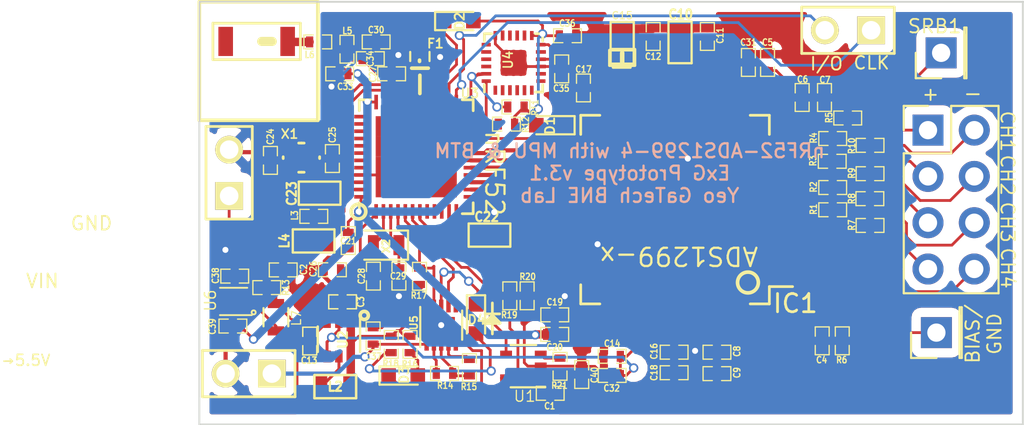
<source format=kicad_pcb>
(kicad_pcb (version 4) (host pcbnew 4.0.6)
  (layers (0 F.Cu signal) (31 B.Cu signal) (34 B.Paste user) (35 F.Paste user hide) (36 B.SilkS user) (37 F.SilkS user) (38 B.Mask user hide) (39 F.Mask user) (44 Edge.Cuts user))
  (net 0 "")
  (net 1 /DEC1)
  (net 2 /DEC2)
  (net 3 /RF)
  (net 4 /SPI_SCLK)
  (net 5 /SPI_~CS)
  (net 6 /SWDCLK)
  (net 7 /SWDIO)
  (net 8 /~DRDY)
  (net 9 "Net-(A1-Pad1)")
  (net 10 "Net-(A1-Pad2)")
  (net 11 "Net-(L3-Pad1)")
  (net 12 AVSS)
  (net 13 DVDD)
  (net 14 AVDD)
  (net 15 "Net-(IC1-Pad11)")
  (net 16 "Net-(IC1-Pad12)")
  (net 17 "Net-(IC1-Pad14)")
  (net 18 "Net-(IC1-Pad16)")
  (net 19 "Net-(IC1-Pad17)")
  (net 20 "Net-(IC1-Pad18)")
  (net 21 "Net-(IC1-Pad27)")
  (net 22 "Net-(IC1-Pad29)")
  (net 23 /DIN)
  (net 24 "Net-(IC1-Pad37)")
  (net 25 /DOUT)
  (net 26 "Net-(IC1-Pad60)")
  (net 27 /BIASIN)
  (net 28 "Net-(IC1-Pad64)")
  (net 29 /IN3)
  (net 30 /IN2)
  (net 31 /IN1)
  (net 32 VCC)
  (net 33 "Net-(IC1-Pad61)")
  (net 34 "Net-(C4-Pad1)")
  (net 35 "Net-(C30-Pad2)")
  (net 36 "Net-(L2-Pad1)")
  (net 37 "Net-(U3-Pad28)")
  (net 38 "Net-(U3-Pad10)")
  (net 39 "Net-(U3-Pad22)")
  (net 40 "Net-(U3-Pad41)")
  (net 41 "Net-(U3-Pad42)")
  (net 42 "Net-(U3-Pad44)")
  (net 43 "Net-(IC1-Pad13)")
  (net 44 "Net-(IC1-Pad15)")
  (net 45 "Net-(IC1-Pad9)")
  (net 46 "Net-(IC1-Pad10)")
  (net 47 /SRB1)
  (net 48 /IN4)
  (net 49 /VREFP)
  (net 50 /VCAP4)
  (net 51 /VCAP1)
  (net 52 /VCAP3)
  (net 53 /VCAP2)
  (net 54 /LED2)
  (net 55 /LED3)
  (net 56 /~PWDN/RESET)
  (net 57 "Net-(U3-Pad20)")
  (net 58 /IN1-)
  (net 59 /IN2-)
  (net 60 /IN3-)
  (net 61 /IN4-)
  (net 62 "Net-(C23-Pad1)")
  (net 63 "Net-(C24-Pad2)")
  (net 64 "Net-(C25-Pad2)")
  (net 65 "Net-(C28-Pad1)")
  (net 66 "Net-(C29-Pad1)")
  (net 67 "Net-(L4-Pad1)")
  (net 68 "Net-(U3-Pad29)")
  (net 69 "Net-(F1-Pad2)")
  (net 70 /DEC3)
  (net 71 "Net-(U3-Pad37)")
  (net 72 "Net-(U3-Pad38)")
  (net 73 "Net-(U3-Pad39)")
  (net 74 "Net-(C35-Pad1)")
  (net 75 /SDI)
  (net 76 /SCL)
  (net 77 "Net-(U4-Pad1)")
  (net 78 "Net-(U4-Pad2)")
  (net 79 "Net-(U4-Pad3)")
  (net 80 "Net-(U4-Pad4)")
  (net 81 "Net-(U4-Pad5)")
  (net 82 "Net-(U4-Pad6)")
  (net 83 "Net-(U4-Pad7)")
  (net 84 "Net-(U4-Pad8)")
  (net 85 "Net-(U4-Pad11)")
  (net 86 "Net-(U4-Pad14)")
  (net 87 "Net-(U4-Pad15)")
  (net 88 "Net-(U4-Pad16)")
  (net 89 "Net-(U4-Pad17)")
  (net 90 "Net-(U4-Pad19)")
  (net 91 "Net-(U4-Pad20)")
  (net 92 "Net-(U4-Pad21)")
  (net 93 "Net-(U4-Pad22)")
  (net 94 /BATT_ADC_AIN)
  (net 95 "Net-(C1-Pad1)")
  (net 96 /DC+INPUT)
  (net 97 "Net-(C38-Pad1)")
  (net 98 "Net-(D3-Pad2)")
  (net 99 "Net-(D3-Pad1)")
  (net 100 "Net-(D4-Pad2)")
  (net 101 "Net-(D4-Pad1)")
  (net 102 "Net-(L7-Pad2)")
  (net 103 "Net-(R14-Pad2)")
  (net 104 "Net-(R15-Pad2)")
  (net 105 /GPIO_TTDM_BAT_EN)
  (net 106 /GPIO_OVERCURRENT)
  (net 107 /GPIO_CTRL_PWR_ON)
  (net 108 /GPIO_ISET)
  (net 109 "Net-(U3-Pad40)")
  (net 110 "Net-(U3-Pad43)")
  (net 111 "Net-(U5-Pad6)")
  (net 112 "Net-(U6-Pad5)")
  (net 113 "Net-(U3-Pad11)")
  (net 114 "Net-(U3-Pad12)")
  (net 115 "Net-(U3-Pad8)")
  (net 116 "Net-(U3-Pad9)")
  (module SM0402 (layer F.Cu) (at 273.7575 141.9625 180)
    (fp_text reference C3 (at -1 0 270) (layer F.SilkS) (effects (font (size 0.35052 0.3048) (thickness 0.07112))))
    (fp_text value 10uF hide)
    (pad 1 smd rect (at -0.44958 0 180) (size 0.39878 0.59944) (layers F.Cu F.Paste F.Mask) (net 32 VCC))
    (pad 2 smd rect (at 0.44958 0 180) (size 0.39878 0.59944) (layers F.Cu F.Paste F.Mask) (net 12 AVSS))
  )
  (module SM0402 (layer F.Cu) (at 271.9575 144.1125 90)
    (fp_text reference C13 (at -1.0625 -0.0375 180) (layer F.SilkS) (effects (font (size 0.35052 0.3048) (thickness 0.07112))))
    (fp_text value 10uF hide)
    (pad 1 smd rect (at -0.44958 0 90) (size 0.39878 0.59944) (layers F.Cu F.Paste F.Mask) (net 14 AVDD))
    (pad 2 smd rect (at 0.44958 0 90) (size 0.39878 0.59944) (layers F.Cu F.Paste F.Mask) (net 12 AVSS))
  )
  (module SM0603 (layer F.Cu) (at 273.3575 146.6125)
    (fp_text reference L2 (at 0 0) (layer F.SilkS) (effects (font (size 0.508 0.4572) (thickness 0.1143))))
    (fp_text value 4.7µH hide)
    (pad 1 smd rect (at -0.762 0) (size 0.635 1.143) (layers F.Cu F.Paste F.Mask) (net 36 "Net-(L2-Pad1)"))
    (pad 2 smd rect (at 0.762 0) (size 0.635 1.143) (layers F.Cu F.Paste F.Mask) (net 32 VCC))
  )
  (module TO_SOT_Packages_SMD:SOT-363_SC-70-6 (layer F.Cu) (at 273.5575 144.0125 270)
    (fp_text reference U2 (at 0.0225 -0.2125 270) (layer F.SilkS) (effects (font (size 0.5 0.5) (thickness 0.1))))
    (fp_text value TPS61222)
    (pad 1 smd rect (at -0.95 -0.65 270) (size 0.65 0.4) (layers F.Cu F.Paste F.Mask) (net 32 VCC))
    (pad 3 smd rect (at -0.95 0.65 270) (size 0.65 0.4) (layers F.Cu F.Paste F.Mask) (net 12 AVSS))
    (pad 5 smd rect (at 0.95 0 270) (size 0.65 0.4) (layers F.Cu F.Paste F.Mask) (net 36 "Net-(L2-Pad1)"))
    (pad 2 smd rect (at -0.95 0 270) (size 0.65 0.4) (layers F.Cu F.Paste F.Mask) (net 14 AVDD))
    (pad 4 smd rect (at 0.95 0.65 270) (size 0.65 0.4) (layers F.Cu F.Paste F.Mask) (net 14 AVDD))
    (pad 6 smd rect (at 0.95 -0.65 270) (size 0.65 0.4) (layers F.Cu F.Paste F.Mask) (net 32 VCC))
  )
  (module TO_SOT_Packages_SMD:SOT-363_SC-70-6 (layer F.Cu) (at 273.5575 144.0125 270)
    (fp_text reference U2 (at 0.0225 -0.2125 270) (layer F.SilkS) (effects (font (size 0.5 0.5) (thickness 0.1))))
    (fp_text value TPS61222)
    (pad 1 smd rect (at -0.95 -0.65 270) (size 0.65 0.4) (layers F.Cu F.Paste F.Mask) (net 32 VCC))
    (pad 3 smd rect (at -0.95 0.65 270) (size 0.65 0.4) (layers F.Cu F.Paste F.Mask) (net 12 AVSS))
    (pad 5 smd rect (at 0.95 0 270) (size 0.65 0.4) (layers F.Cu F.Paste F.Mask) (net 36 "Net-(L2-Pad1)"))
    (pad 2 smd rect (at -0.95 0 270) (size 0.65 0.4) (layers F.Cu F.Paste F.Mask) (net 14 AVDD))
    (pad 4 smd rect (at 0.95 0.65 270) (size 0.65 0.4) (layers F.Cu F.Paste F.Mask) (net 14 AVDD))
    (pad 6 smd rect (at 0.95 -0.65 270) (size 0.65 0.4) (layers F.Cu F.Paste F.Mask) (net 32 VCC))
  )
  (module SM0603 (layer F.Cu) (at 273.3575 146.6125)
    (fp_text reference L2 (at 0 0) (layer F.SilkS) (effects (font (size 0.508 0.4572) (thickness 0.1143))))
    (fp_text value 4.7µH hide)
    (pad 1 smd rect (at -0.762 0) (size 0.635 1.143) (layers F.Cu F.Paste F.Mask) (net 36 "Net-(L2-Pad1)"))
    (pad 2 smd rect (at 0.762 0) (size 0.635 1.143) (layers F.Cu F.Paste F.Mask) (net 32 VCC))
  )
  (module SM0402 (layer F.Cu) (at 271.9575 144.1125 90)
    (fp_text reference C13 (at -1.0625 -0.0375 180) (layer F.SilkS) (effects (font (size 0.35052 0.3048) (thickness 0.07112))))
    (fp_text value 10uF hide)
    (pad 1 smd rect (at -0.44958 0 90) (size 0.39878 0.59944) (layers F.Cu F.Paste F.Mask) (net 14 AVDD))
    (pad 2 smd rect (at 0.44958 0 90) (size 0.39878 0.59944) (layers F.Cu F.Paste F.Mask) (net 12 AVSS))
  )
  (module SM0402 (layer F.Cu) (at 273.7575 141.9625 180)
    (fp_text reference C3 (at -1 0 270) (layer F.SilkS) (effects (font (size 0.35052 0.3048) (thickness 0.07112))))
    (fp_text value 10uF hide)
    (pad 1 smd rect (at -0.44958 0 180) (size 0.39878 0.59944) (layers F.Cu F.Paste F.Mask) (net 32 VCC))
    (pad 2 smd rect (at 0.44958 0 180) (size 0.39878 0.59944) (layers F.Cu F.Paste F.Mask) (net 12 AVSS))
  )
  (module SM0402 (layer F.Cu) (at 285.15 146.98)
    (fp_text reference C1 (at -0.025 0.7) (layer F.SilkS) (effects (font (size 0.35052 0.3048) (thickness 0.07112))))
    (fp_text value 10uF hide)
    (pad 1 smd rect (at -0.44958 0) (size 0.39878 0.59944) (layers F.Cu F.Paste F.Mask) (net 95 "Net-(C1-Pad1)"))
    (pad 2 smd rect (at 0.44958 0) (size 0.39878 0.59944) (layers F.Cu F.Paste F.Mask) (net 12 AVSS))
  )
  (module SM0402 (layer F.Cu) (at 286.88 145.95 90)
    (fp_text reference C40 (at -0.025 0.7 90) (layer F.SilkS) (effects (font (size 0.35052 0.3048) (thickness 0.07112))))
    (fp_text value 10uF hide)
    (pad 1 smd rect (at -0.44958 0 90) (size 0.39878 0.59944) (layers F.Cu F.Paste F.Mask) (net 32 VCC))
    (pad 2 smd rect (at 0.44958 0 90) (size 0.39878 0.59944) (layers F.Cu F.Paste F.Mask) (net 12 AVSS))
  )
  (module SM0402 (layer F.Cu) (at 285.69 145.5 90)
    (fp_text reference R21 (at -1.05 -0.03 180) (layer F.SilkS) (effects (font (size 0.35052 0.3048) (thickness 0.07112))))
    (fp_text value 10k hide)
    (pad 1 smd rect (at -0.44958 0 90) (size 0.39878 0.59944) (layers F.Cu F.Paste F.Mask) (net 32 VCC))
    (pad 2 smd rect (at 0.44958 0 90) (size 0.39878 0.59944) (layers F.Cu F.Paste F.Mask) (net 106 /GPIO_OVERCURRENT))
  )
  (module SM0402 (layer F.Cu) (at 273.2 140.2 180)
    (fp_text reference C26 (at 1.05 0.05 270) (layer F.SilkS) (effects (font (size 0.35052 0.3048) (thickness 0.07112))))
    (fp_text value 100nF hide)
    (pad 1 smd rect (at -0.44958 0 180) (size 0.39878 0.59944) (layers F.Cu F.Paste F.Mask) (net 1 /DEC1))
    (pad 2 smd rect (at 0.44958 0 180) (size 0.39878 0.59944) (layers F.Cu F.Paste F.Mask) (net 12 AVSS))
  )
  (module PIN_ARRAY_2X1 (layer F.Cu) (at 267.535 134.88 90)
    (fp_text reference P1 hide)
    (fp_text value CONN_2 hide)
    (pad 1 thru_hole rect (at -1.27 0 90) (size 1.524 1.524) (drill 1.016) (layers *.Cu *.Mask F.SilkS) (net 32 VCC))
    (pad 2 thru_hole circle (at 1.27 0 90) (size 1.524 1.524) (drill 1.016) (layers *.Cu *.Mask F.SilkS) (net 12 AVSS))
  )
  (module SM0402 (layer F.Cu) (at 267.84 140.55 180)
    (fp_text reference C38 (at 1.05 0.025 450) (layer F.SilkS) (effects (font (size 0.35052 0.3048) (thickness 0.07112))))
    (fp_text value 0.1uF hide)
    (pad 1 smd rect (at -0.44958 0 180) (size 0.39878 0.59944) (layers F.Cu F.Paste F.Mask) (net 97 "Net-(C38-Pad1)"))
    (pad 2 smd rect (at 0.44958 0 180) (size 0.39878 0.59944) (layers F.Cu F.Paste F.Mask) (net 12 AVSS))
  )
  (module SM0402 (layer F.Cu) (at 270.5 140.21)
    (fp_text reference C2 (at 1.125 -0.025 90) (layer F.SilkS) (effects (font (size 0.35052 0.3048) (thickness 0.07112))))
    (fp_text value 10uF hide)
    (pad 1 smd rect (at -0.44958 0) (size 0.39878 0.59944) (layers F.Cu F.Paste F.Mask) (net 32 VCC))
    (pad 2 smd rect (at 0.44958 0) (size 0.39878 0.59944) (layers F.Cu F.Paste F.Mask) (net 12 AVSS))
  )
  (module SM0402 (layer F.Cu) (at 267.74 143.29 180)
    (fp_text reference C39 (at 1.125 -0.025 270) (layer F.SilkS) (effects (font (size 0.35052 0.3048) (thickness 0.07112))))
    (fp_text value 10uF hide)
    (pad 1 smd rect (at -0.44958 0 180) (size 0.39878 0.59944) (layers F.Cu F.Paste F.Mask) (net 13 DVDD))
    (pad 2 smd rect (at 0.44958 0 180) (size 0.39878 0.59944) (layers F.Cu F.Paste F.Mask) (net 12 AVSS))
  )
  (module SM0402 (layer F.Cu) (at 269.6 141.18)
    (fp_text reference R13 (at 1.05 0 270) (layer F.SilkS) (effects (font (size 0.35052 0.3048) (thickness 0.07112))))
    (fp_text value 400Ω hide)
    (pad 1 smd rect (at -0.44958 0) (size 0.39878 0.59944) (layers F.Cu F.Paste F.Mask) (net 97 "Net-(C38-Pad1)"))
    (pad 2 smd rect (at 0.44958 0) (size 0.39878 0.59944) (layers F.Cu F.Paste F.Mask) (net 32 VCC))
  )
  (module SM0402 (layer F.Cu) (at 277.98 140.56 90)
    (fp_text reference R17 (at -1.05 -0.03 180) (layer F.SilkS) (effects (font (size 0.35052 0.3048) (thickness 0.07112))))
    (fp_text value 10k hide)
    (pad 1 smd rect (at -0.44958 0 90) (size 0.39878 0.59944) (layers F.Cu F.Paste F.Mask) (net 12 AVSS))
    (pad 2 smd rect (at 0.44958 0 90) (size 0.39878 0.59944) (layers F.Cu F.Paste F.Mask) (net 105 /GPIO_TTDM_BAT_EN))
  )
  (module SM0402 (layer F.Cu) (at 279.35 145.89 180)
    (fp_text reference R14 (at -0.04 -0.66 180) (layer F.SilkS) (effects (font (size 0.35052 0.3048) (thickness 0.07112))))
    (fp_text value 1k hide)
    (pad 1 smd rect (at -0.44958 0 180) (size 0.39878 0.59944) (layers F.Cu F.Paste F.Mask) (net 12 AVSS))
    (pad 2 smd rect (at 0.44958 0 180) (size 0.39878 0.59944) (layers F.Cu F.Paste F.Mask) (net 103 "Net-(R14-Pad2)"))
  )
  (module SM0402 (layer F.Cu) (at 277.46 144.3 270)
    (fp_text reference R16 (at 1.08 0.01 360) (layer F.SilkS) (effects (font (size 0.35052 0.3048) (thickness 0.07112))))
    (fp_text value 1.5k hide)
    (pad 1 smd rect (at -0.44958 0 270) (size 0.39878 0.59944) (layers F.Cu F.Paste F.Mask) (net 32 VCC))
    (pad 2 smd rect (at 0.44958 0 270) (size 0.39878 0.59944) (layers F.Cu F.Paste F.Mask) (net 98 "Net-(D3-Pad2)"))
  )
  (module SM0402 (layer F.Cu) (at 280.72 145.57 90)
    (fp_text reference R15 (at -1.05 -0.03 180) (layer F.SilkS) (effects (font (size 0.35052 0.3048) (thickness 0.07112))))
    (fp_text value 2k hide)
    (pad 1 smd rect (at -0.44958 0 90) (size 0.39878 0.59944) (layers F.Cu F.Paste F.Mask) (net 12 AVSS))
    (pad 2 smd rect (at 0.44958 0 90) (size 0.39878 0.59944) (layers F.Cu F.Paste F.Mask) (net 104 "Net-(R15-Pad2)"))
  )
  (module SM0402 (layer F.Cu) (at 276.43 144.3 90)
    (fp_text reference R18 (at -1.05 -0.03 180) (layer F.SilkS) (effects (font (size 0.35052 0.3048) (thickness 0.07112))))
    (fp_text value 1.5k hide)
    (pad 1 smd rect (at -0.44958 0 90) (size 0.39878 0.59944) (layers F.Cu F.Paste F.Mask) (net 100 "Net-(D4-Pad2)"))
    (pad 2 smd rect (at 0.44958 0 90) (size 0.39878 0.59944) (layers F.Cu F.Paste F.Mask) (net 32 VCC))
  )
  (module LEDs:LED_0603 (layer F.Cu) (at 281.08 142.9 270)
    (fp_text reference D4 (at 0.05 -0.025 360) (layer F.SilkS) (effects (font (size 0.5 0.5) (thickness 0.1))))
    (fp_text value LED)
    (pad 2 smd rect (at 0.8 0 90) (size 0.8 0.8) (layers F.Cu F.Paste F.Mask) (net 100 "Net-(D4-Pad2)"))
    (pad 1 smd rect (at -0.8 0 90) (size 0.8 0.8) (layers F.Cu F.Paste F.Mask) (net 101 "Net-(D4-Pad1)"))
  )
  (module LEDs:LED_0603 (layer F.Cu) (at 277.085 146.005)
    (fp_text reference D3 (at 0.05 -0.025 90) (layer F.SilkS) (effects (font (size 0.5 0.5) (thickness 0.1))))
    (fp_text value LED)
    (pad 2 smd rect (at 0.8 0 180) (size 0.8 0.8) (layers F.Cu F.Paste F.Mask) (net 98 "Net-(D3-Pad2)"))
    (pad 1 smd rect (at -0.8 0 180) (size 0.8 0.8) (layers F.Cu F.Paste F.Mask) (net 99 "Net-(D3-Pad1)"))
  )
  (module LEDs:LED_0603 (layer F.Cu) (at 280.135 126.555)
    (fp_text reference D2 (at 0.05 0 90) (layer F.SilkS) (effects (font (size 0.5 0.5) (thickness 0.1))))
    (fp_text value LED)
    (pad 2 smd rect (at 0.8 0 180) (size 0.8 0.8) (layers F.Cu F.Paste F.Mask) (net 13 DVDD))
    (pad 1 smd rect (at -0.8 0 180) (size 0.8 0.8) (layers F.Cu F.Paste F.Mask) (net 55 /LED3))
  )
  (module SM0402 (layer F.Cu) (at 283.885 141.63 270)
    (fp_text reference R20 (at -1.05 -0.03 360) (layer F.SilkS) (effects (font (size 0.35052 0.3048) (thickness 0.07112))))
    (fp_text value 1M hide)
    (pad 1 smd rect (at -0.44958 0 270) (size 0.39878 0.59944) (layers F.Cu F.Paste F.Mask) (net 94 /BATT_ADC_AIN))
    (pad 2 smd rect (at 0.44958 0 270) (size 0.39878 0.59944) (layers F.Cu F.Paste F.Mask) (net 12 AVSS))
  )
  (module SM0402 (layer F.Cu) (at 282.935 141.63 90)
    (fp_text reference R19 (at -1.05 -0.03 180) (layer F.SilkS) (effects (font (size 0.35052 0.3048) (thickness 0.07112))))
    (fp_text value 1M hide)
    (pad 1 smd rect (at -0.44958 0 90) (size 0.39878 0.59944) (layers F.Cu F.Paste F.Mask) (net 95 "Net-(C1-Pad1)"))
    (pad 2 smd rect (at 0.44958 0 90) (size 0.39878 0.59944) (layers F.Cu F.Paste F.Mask) (net 94 /BATT_ADC_AIN))
  )
  (module SM0402 (layer F.Cu) (at 274.07 138.6 90)
    (fp_text reference C21 (at -0.02 0 180) (layer F.SilkS) (effects (font (size 0.35052 0.3048) (thickness 0.07112))))
    (fp_text value 4.7µF hide)
    (pad 1 smd rect (at -0.44958 0 90) (size 0.39878 0.59944) (layers F.Cu F.Paste F.Mask) (net 12 AVSS))
    (pad 2 smd rect (at 0.44958 0 90) (size 0.39878 0.59944) (layers F.Cu F.Paste F.Mask) (net 13 DVDD))
  )
  (module Housings_DFN_QFN:QFN-24_3x3mm_Pitch0.4mm (layer F.Cu) (at 283.14 128.85 90)
    (fp_text reference U4 (at 0.16 -0.3 90) (layer F.SilkS) (effects (font (size 0.5 0.5) (thickness 0.09))))
    (fp_text value MPU-9250)
    (pad 1 smd rect (at -1.5 -1 90) (size 0.5 0.2) (layers F.Cu F.Paste F.Mask) (net 77 "Net-(U4-Pad1)"))
    (pad 2 smd rect (at -1.5 -0.6 90) (size 0.55 0.2) (layers F.Cu F.Paste F.Mask) (net 78 "Net-(U4-Pad2)"))
    (pad 3 smd rect (at -1.5 -0.2 90) (size 0.55 0.2) (layers F.Cu F.Paste F.Mask) (net 79 "Net-(U4-Pad3)"))
    (pad 4 smd rect (at -1.5 0.2 90) (size 0.55 0.2) (layers F.Cu F.Paste F.Mask) (net 80 "Net-(U4-Pad4)"))
    (pad 5 smd rect (at -1.5 0.6 90) (size 0.55 0.2) (layers F.Cu F.Paste F.Mask) (net 81 "Net-(U4-Pad5)"))
    (pad 6 smd rect (at -1.5 1 90) (size 0.5 0.2) (layers F.Cu F.Paste F.Mask) (net 82 "Net-(U4-Pad6)"))
    (pad 7 smd rect (at -1 1.5 180) (size 0.5 0.2) (layers F.Cu F.Paste F.Mask) (net 83 "Net-(U4-Pad7)"))
    (pad 8 smd rect (at -0.6 1.5 180) (size 0.55 0.2) (layers F.Cu F.Paste F.Mask) (net 84 "Net-(U4-Pad8)"))
    (pad 9 smd rect (at -0.2 1.5 180) (size 0.55 0.2) (layers F.Cu F.Paste F.Mask) (net 12 AVSS))
    (pad 10 smd rect (at 0.2 1.5 180) (size 0.55 0.2) (layers F.Cu F.Paste F.Mask) (net 74 "Net-(C35-Pad1)"))
    (pad 11 smd rect (at 0.6 1.5 180) (size 0.55 0.2) (layers F.Cu F.Paste F.Mask) (net 85 "Net-(U4-Pad11)"))
    (pad 12 smd rect (at 1 1.5 180) (size 0.5 0.2) (layers F.Cu F.Paste F.Mask) (net 12 AVSS))
    (pad 13 smd rect (at 1.5 1 90) (size 0.5 0.2) (layers F.Cu F.Paste F.Mask) (net 13 DVDD))
    (pad 14 smd rect (at 1.5 0.6 90) (size 0.55 0.2) (layers F.Cu F.Paste F.Mask) (net 86 "Net-(U4-Pad14)"))
    (pad 15 smd rect (at 1.5 0.2 90) (size 0.55 0.2) (layers F.Cu F.Paste F.Mask) (net 87 "Net-(U4-Pad15)"))
    (pad 16 smd rect (at 1.5 -0.2 90) (size 0.55 0.2) (layers F.Cu F.Paste F.Mask) (net 88 "Net-(U4-Pad16)"))
    (pad 17 smd rect (at 1.5 -0.6 90) (size 0.55 0.2) (layers F.Cu F.Paste F.Mask) (net 89 "Net-(U4-Pad17)"))
    (pad 18 smd rect (at 1.5 -1 90) (size 0.5 0.2) (layers F.Cu F.Paste F.Mask) (net 12 AVSS))
    (pad 19 smd rect (at 1 -1.5 180) (size 0.5 0.2) (layers F.Cu F.Paste F.Mask) (net 90 "Net-(U4-Pad19)"))
    (pad 20 smd rect (at 0.6 -1.5 180) (size 0.55 0.2) (layers F.Cu F.Paste F.Mask) (net 91 "Net-(U4-Pad20)"))
    (pad 21 smd rect (at 0.2 -1.5 180) (size 0.55 0.2) (layers F.Cu F.Paste F.Mask) (net 92 "Net-(U4-Pad21)"))
    (pad 22 smd rect (at -0.2 -1.5 180) (size 0.55 0.2) (layers F.Cu F.Paste F.Mask) (net 93 "Net-(U4-Pad22)"))
    (pad 23 smd rect (at -0.6 -1.5 180) (size 0.55 0.2) (layers F.Cu F.Paste F.Mask) (net 76 /SCL))
    (pad 24 smd rect (at -1 -1.5 180) (size 0.5 0.2) (layers F.Cu F.Paste F.Mask) (net 75 /SDI))
  )
  (module SM0402 (layer F.Cu) (at 282.75 132.21 180)
    (fp_text reference R12 (at -1.05 -0.03 270) (layer F.SilkS) (effects (font (size 0.35052 0.3048) (thickness 0.07112))))
    (fp_text value 10k hide)
    (pad 1 smd rect (at -0.44958 0 180) (size 0.39878 0.59944) (layers F.Cu F.Paste F.Mask) (net 13 DVDD))
    (pad 2 smd rect (at 0.44958 0 180) (size 0.39878 0.59944) (layers F.Cu F.Paste F.Mask) (net 75 /SDI))
  )
  (module SM0402 (layer F.Cu) (at 283.27 131.27 180)
    (fp_text reference R11 (at -1.05 -0.03 270) (layer F.SilkS) (effects (font (size 0.35052 0.3048) (thickness 0.07112))))
    (fp_text value 10k hide)
    (pad 1 smd rect (at -0.44958 0 180) (size 0.39878 0.59944) (layers F.Cu F.Paste F.Mask) (net 13 DVDD))
    (pad 2 smd rect (at 0.44958 0 180) (size 0.39878 0.59944) (layers F.Cu F.Paste F.Mask) (net 76 /SCL))
  )
  (module SM0402 (layer F.Cu) (at 286.1 127.36)
    (fp_text reference C36 (at -0.01 -0.68) (layer F.SilkS) (effects (font (size 0.35052 0.3048) (thickness 0.07112))))
    (fp_text value 100nF hide)
    (pad 1 smd rect (at -0.44958 0) (size 0.39878 0.59944) (layers F.Cu F.Paste F.Mask) (net 13 DVDD))
    (pad 2 smd rect (at 0.44958 0) (size 0.39878 0.59944) (layers F.Cu F.Paste F.Mask) (net 12 AVSS))
  )
  (module SM0402 (layer F.Cu) (at 285.78 129.18 270)
    (fp_text reference C35 (at 1.07 0.02 360) (layer F.SilkS) (effects (font (size 0.35052 0.3048) (thickness 0.07112))))
    (fp_text value 100nF hide)
    (pad 1 smd rect (at -0.44958 0 270) (size 0.39878 0.59944) (layers F.Cu F.Paste F.Mask) (net 74 "Net-(C35-Pad1)"))
    (pad 2 smd rect (at 0.44958 0 270) (size 0.39878 0.59944) (layers F.Cu F.Paste F.Mask) (net 12 AVSS))
  )
  (module Resistors_SMD:R_0402 (layer F.Cu) (at 278 128.5 90)
    (fp_text reference F1 (at 0.71 0.85 180) (layer F.SilkS) (effects (font (size 0.5 0.5) (thickness 0.1))))
    (fp_text value 2450FM07A0029)
    (pad 1 smd rect (at 0 0.3265 90) (size 0.3 0.7) (layers F.Cu F.Paste F.Mask) (net 12 AVSS))
    (pad 2 smd rect (at -0.6125 0 90) (size 0.6 0.6) (layers F.Cu F.Paste F.Mask) (net 69 "Net-(F1-Pad2)"))
    (pad 4 smd rect (at 0.6125 0 90) (size 0.6 0.6) (layers F.Cu F.Paste F.Mask) (net 3 /RF))
    (pad 3 smd rect (at 0 -0.3625 90) (size 0.3 0.7) (layers F.Cu F.Paste F.Mask) (net 12 AVSS))
  )
  (module SM0402 (layer F.Cu) (at 275.28 128.62 180)
    (fp_text reference C34 (at 0 0 270) (layer F.SilkS) (effects (font (size 0.35052 0.3048) (thickness 0.07112))))
    (fp_text value 100pF hide)
    (pad 1 smd rect (at -0.44958 0 180) (size 0.39878 0.59944) (layers F.Cu F.Paste F.Mask) (net 70 /DEC3))
    (pad 2 smd rect (at 0.44958 0 180) (size 0.39878 0.59944) (layers F.Cu F.Paste F.Mask) (net 12 AVSS))
  )
  (module SM0402 (layer F.Cu) (at 273.6 129.45)
    (fp_text reference C33 (at 0.31 0.7) (layer F.SilkS) (effects (font (size 0.35052 0.3048) (thickness 0.07112))))
    (fp_text value 100nF hide)
    (pad 1 smd rect (at -0.44958 0) (size 0.39878 0.59944) (layers F.Cu F.Paste F.Mask) (net 12 AVSS))
    (pad 2 smd rect (at 0.44958 0) (size 0.39878 0.59944) (layers F.Cu F.Paste F.Mask) (net 13 DVDD))
  )
  (module SM0402 (layer F.Cu) (at 302.7 134.93)
    (fp_text reference R9 (at -1 -0.03 90) (layer F.SilkS) (effects (font (size 0.35052 0.3048) (thickness 0.07112))))
    (fp_text value 30k hide)
    (pad 1 smd rect (at -0.44958 0) (size 0.39878 0.59944) (layers F.Cu F.Paste F.Mask) (net 43 "Net-(IC1-Pad13)"))
    (pad 2 smd rect (at 0.44958 0) (size 0.39878 0.59944) (layers F.Cu F.Paste F.Mask) (net 59 /IN2-))
  )
  (module SM0402 (layer F.Cu) (at 302.7 137.77)
    (fp_text reference R7 (at -1 -0.02 90) (layer F.SilkS) (effects (font (size 0.35052 0.3048) (thickness 0.07112))))
    (fp_text value 30k hide)
    (pad 1 smd rect (at -0.44958 0) (size 0.39878 0.59944) (layers F.Cu F.Paste F.Mask) (net 45 "Net-(IC1-Pad9)"))
    (pad 2 smd rect (at 0.44958 0) (size 0.39878 0.59944) (layers F.Cu F.Paste F.Mask) (net 61 /IN4-))
  )
  (module SM0402 (layer F.Cu) (at 302.69 136.3)
    (fp_text reference R8 (at -0.99 0 90) (layer F.SilkS) (effects (font (size 0.35052 0.3048) (thickness 0.07112))))
    (fp_text value 30k hide)
    (pad 1 smd rect (at -0.44958 0) (size 0.39878 0.59944) (layers F.Cu F.Paste F.Mask) (net 15 "Net-(IC1-Pad11)"))
    (pad 2 smd rect (at 0.44958 0) (size 0.39878 0.59944) (layers F.Cu F.Paste F.Mask) (net 60 /IN3-))
  )
  (module SM0402 (layer F.Cu) (at 302.7 133.375)
    (fp_text reference R10 (at -1 0.025 90) (layer F.SilkS) (effects (font (size 0.35052 0.3048) (thickness 0.07112))))
    (fp_text value 30k hide)
    (pad 1 smd rect (at -0.44958 0) (size 0.39878 0.59944) (layers F.Cu F.Paste F.Mask) (net 44 "Net-(IC1-Pad15)"))
    (pad 2 smd rect (at 0.44958 0) (size 0.39878 0.59944) (layers F.Cu F.Paste F.Mask) (net 58 /IN1-))
  )
  (module Pin_Headers:Pin_Header_Straight_1x01_Pitch2.54mm (layer F.Cu) (at 306.6 128.3 90)
    (fp_text reference P3 hide)
    (fp_text value CONN_1)
    (pad 1 thru_hole rect (at 0 0 90) (size 1.7 1.7) (drill 1) (layers *.Cu *.Mask) (net 47 /SRB1))
  )
  (module "Power Pads:SM0603_Tant" (layer F.Cu) (at 289.1 127.75 90)
    (fp_text reference C15 (at 1.5 0 180) (layer F.SilkS) (effects (font (size 0.4 0.4) (thickness 0.06))))
    (fp_text value 100µF hide)
    (pad 1 smd rect (at -0.762 0 90) (size 0.635 1.143) (layers F.Cu F.Paste F.Mask) (net 51 /VCAP1))
    (pad 2 smd rect (at 0.762 0 90) (size 0.635 1.143) (layers F.Cu F.Paste F.Mask) (net 12 AVSS))
  )
  (module PIN_ARRAY_2X1 (layer F.Cu) (at 301.49 127.06 180)
    (fp_text reference P2 hide)
    (fp_text value CONN_2 hide)
    (pad 1 thru_hole rect (at -1.27 0 180) (size 1.524 1.524) (drill 1.016) (layers *.Cu *.Mask F.SilkS) (net 6 /SWDCLK))
    (pad 2 thru_hole circle (at 1.27 0 180) (size 1.524 1.524) (drill 1.016) (layers *.Cu *.Mask F.SilkS) (net 7 /SWDIO))
  )
  (module SM0402 (layer F.Cu) (at 297.075 128.825 270)
    (fp_text reference C5 (at -1.1 0 360) (layer F.SilkS) (effects (font (size 0.35052 0.3048) (thickness 0.07112))))
    (fp_text value 1uF hide)
    (pad 1 smd rect (at -0.44958 0 270) (size 0.39878 0.59944) (layers F.Cu F.Paste F.Mask) (net 12 AVSS))
    (pad 2 smd rect (at 0.44958 0 270) (size 0.39878 0.59944) (layers F.Cu F.Paste F.Mask) (net 14 AVDD))
  )
  (module Housings_QFP:TQFP-64_10x10mm_Pitch0.5mm (layer F.Cu) (at 292 136.9 180)
    (fp_text reference IC1 (at -6.6 -5.15 180) (layer F.SilkS))
    (fp_text value ADS1299)
    (pad 1 smd rect (at -5.7 -3.75 180) (size 1.5 0.3) (layers F.Cu F.Paste F.Mask) (net 14 AVDD))
    (pad 2 smd rect (at -5.7 -3.25 180) (size 1.5 0.3) (layers F.Cu F.Paste F.Mask) (net 14 AVDD))
    (pad 3 smd rect (at -5.7 -2.75 180) (size 1.5 0.3) (layers F.Cu F.Paste F.Mask) (net 14 AVDD))
    (pad 4 smd rect (at -5.7 -2.25 180) (size 1.5 0.3) (layers F.Cu F.Paste F.Mask) (net 14 AVDD))
    (pad 5 smd rect (at -5.7 -1.75 180) (size 1.5 0.3) (layers F.Cu F.Paste F.Mask) (net 14 AVDD))
    (pad 6 smd rect (at -5.7 -1.25 180) (size 1.5 0.3) (layers F.Cu F.Paste F.Mask) (net 14 AVDD))
    (pad 7 smd rect (at -5.7 -0.75 180) (size 1.5 0.3) (layers F.Cu F.Paste F.Mask) (net 14 AVDD))
    (pad 8 smd rect (at -5.7 -0.25 180) (size 1.5 0.3) (layers F.Cu F.Paste F.Mask) (net 14 AVDD))
    (pad 9 smd rect (at -5.7 0.25 180) (size 1.5 0.3) (layers F.Cu F.Paste F.Mask) (net 45 "Net-(IC1-Pad9)"))
    (pad 10 smd rect (at -5.7 0.75 180) (size 1.5 0.3) (layers F.Cu F.Paste F.Mask) (net 46 "Net-(IC1-Pad10)"))
    (pad 11 smd rect (at -5.7 1.25 180) (size 1.5 0.3) (layers F.Cu F.Paste F.Mask) (net 15 "Net-(IC1-Pad11)"))
    (pad 12 smd rect (at -5.7 1.75 180) (size 1.5 0.3) (layers F.Cu F.Paste F.Mask) (net 16 "Net-(IC1-Pad12)"))
    (pad 13 smd rect (at -5.7 2.25 180) (size 1.5 0.3) (layers F.Cu F.Paste F.Mask) (net 43 "Net-(IC1-Pad13)"))
    (pad 14 smd rect (at -5.7 2.75 180) (size 1.5 0.3) (layers F.Cu F.Paste F.Mask) (net 17 "Net-(IC1-Pad14)"))
    (pad 15 smd rect (at -5.7 3.25 180) (size 1.5 0.3) (layers F.Cu F.Paste F.Mask) (net 44 "Net-(IC1-Pad15)"))
    (pad 16 smd rect (at -5.7 3.75 180) (size 1.5 0.3) (layers F.Cu F.Paste F.Mask) (net 18 "Net-(IC1-Pad16)"))
    (pad 17 smd rect (at -3.75 5.7 270) (size 1.5 0.3) (layers F.Cu F.Paste F.Mask) (net 19 "Net-(IC1-Pad17)"))
    (pad 18 smd rect (at -3.25 5.7 270) (size 1.5 0.3) (layers F.Cu F.Paste F.Mask) (net 20 "Net-(IC1-Pad18)"))
    (pad 19 smd rect (at -2.75 5.7 270) (size 1.5 0.3) (layers F.Cu F.Paste F.Mask) (net 14 AVDD))
    (pad 20 smd rect (at -2.25 5.7 270) (size 1.5 0.3) (layers F.Cu F.Paste F.Mask) (net 12 AVSS))
    (pad 21 smd rect (at -1.75 5.7 270) (size 1.5 0.3) (layers F.Cu F.Paste F.Mask) (net 14 AVDD))
    (pad 22 smd rect (at -1.25 5.7 270) (size 1.5 0.3) (layers F.Cu F.Paste F.Mask) (net 14 AVDD))
    (pad 23 smd rect (at -0.75 5.7 270) (size 1.5 0.3) (layers F.Cu F.Paste F.Mask) (net 12 AVSS))
    (pad 24 smd rect (at -0.25 5.7 270) (size 1.5 0.3) (layers F.Cu F.Paste F.Mask) (net 49 /VREFP))
    (pad 25 smd rect (at 0.25 5.7 270) (size 1.5 0.3) (layers F.Cu F.Paste F.Mask) (net 12 AVSS))
    (pad 26 smd rect (at 0.75 5.7 270) (size 1.5 0.3) (layers F.Cu F.Paste F.Mask) (net 50 /VCAP4))
    (pad 27 smd rect (at 1.25 5.7 270) (size 1.5 0.3) (layers F.Cu F.Paste F.Mask) (net 21 "Net-(IC1-Pad27)"))
    (pad 28 smd rect (at 1.75 5.7 270) (size 1.5 0.3) (layers F.Cu F.Paste F.Mask) (net 51 /VCAP1))
    (pad 29 smd rect (at 2.25 5.7 270) (size 1.5 0.3) (layers F.Cu F.Paste F.Mask) (net 22 "Net-(IC1-Pad29)"))
    (pad 30 smd rect (at 2.75 5.7 270) (size 1.5 0.3) (layers F.Cu F.Paste F.Mask) (net 53 /VCAP2))
    (pad 31 smd rect (at 3.25 5.7 270) (size 1.5 0.3) (layers F.Cu F.Paste F.Mask) (net 12 AVSS))
    (pad 32 smd rect (at 3.75 5.7 270) (size 1.5 0.3) (layers F.Cu F.Paste F.Mask) (net 12 AVSS))
    (pad 33 smd rect (at 5.7 3.75 180) (size 1.5 0.3) (layers F.Cu F.Paste F.Mask) (net 12 AVSS))
    (pad 34 smd rect (at 5.7 3.25 180) (size 1.5 0.3) (layers F.Cu F.Paste F.Mask) (net 23 /DIN))
    (pad 35 smd rect (at 5.7 2.75 180) (size 1.5 0.3) (layers F.Cu F.Paste F.Mask) (net 56 /~PWDN/RESET))
    (pad 36 smd rect (at 5.7 2.25 180) (size 1.5 0.3) (layers F.Cu F.Paste F.Mask) (net 56 /~PWDN/RESET))
    (pad 37 smd rect (at 5.7 1.75 180) (size 1.5 0.3) (layers F.Cu F.Paste F.Mask) (net 24 "Net-(IC1-Pad37)"))
    (pad 38 smd rect (at 5.7 1.25 180) (size 1.5 0.3) (layers F.Cu F.Paste F.Mask) (net 12 AVSS))
    (pad 39 smd rect (at 5.7 0.75 180) (size 1.5 0.3) (layers F.Cu F.Paste F.Mask) (net 5 /SPI_~CS))
    (pad 40 smd rect (at 5.7 0.25 180) (size 1.5 0.3) (layers F.Cu F.Paste F.Mask) (net 4 /SPI_SCLK))
    (pad 41 smd rect (at 5.7 -0.25 180) (size 1.5 0.3) (layers F.Cu F.Paste F.Mask) (net 12 AVSS))
    (pad 42 smd rect (at 5.7 -0.75 180) (size 1.5 0.3) (layers F.Cu F.Paste F.Mask) (net 12 AVSS))
    (pad 43 smd rect (at 5.7 -1.25 180) (size 1.5 0.3) (layers F.Cu F.Paste F.Mask) (net 25 /DOUT))
    (pad 44 smd rect (at 5.7 -1.75 180) (size 1.5 0.3) (layers F.Cu F.Paste F.Mask) (net 12 AVSS))
    (pad 45 smd rect (at 5.7 -2.25 180) (size 1.5 0.3) (layers F.Cu F.Paste F.Mask) (net 12 AVSS))
    (pad 46 smd rect (at 5.7 -2.75 180) (size 1.5 0.3) (layers F.Cu F.Paste F.Mask) (net 12 AVSS))
    (pad 47 smd rect (at 5.7 -3.25 180) (size 1.5 0.3) (layers F.Cu F.Paste F.Mask) (net 8 /~DRDY))
    (pad 48 smd rect (at 5.7 -3.75 180) (size 1.5 0.3) (layers F.Cu F.Paste F.Mask) (net 13 DVDD))
    (pad 49 smd rect (at 3.75 -5.7 270) (size 1.5 0.3) (layers F.Cu F.Paste F.Mask) (net 12 AVSS))
    (pad 50 smd rect (at 3.25 -5.7 270) (size 1.5 0.3) (layers F.Cu F.Paste F.Mask) (net 13 DVDD))
    (pad 51 smd rect (at 2.75 -5.7 270) (size 1.5 0.3) (layers F.Cu F.Paste F.Mask) (net 12 AVSS))
    (pad 52 smd rect (at 2.25 -5.7 270) (size 1.5 0.3) (layers F.Cu F.Paste F.Mask) (net 13 DVDD))
    (pad 53 smd rect (at 1.75 -5.7 270) (size 1.5 0.3) (layers F.Cu F.Paste F.Mask) (net 12 AVSS))
    (pad 54 smd rect (at 1.25 -5.7 270) (size 1.5 0.3) (layers F.Cu F.Paste F.Mask) (net 14 AVDD))
    (pad 55 smd rect (at 0.75 -5.7 270) (size 1.5 0.3) (layers F.Cu F.Paste F.Mask) (net 52 /VCAP3))
    (pad 56 smd rect (at 0.25 -5.7 270) (size 1.5 0.3) (layers F.Cu F.Paste F.Mask) (net 14 AVDD))
    (pad 57 smd rect (at -0.25 -5.7 270) (size 1.5 0.3) (layers F.Cu F.Paste F.Mask) (net 12 AVSS))
    (pad 58 smd rect (at -0.75 -5.7 270) (size 1.5 0.3) (layers F.Cu F.Paste F.Mask) (net 12 AVSS))
    (pad 59 smd rect (at -1.25 -5.7 270) (size 1.5 0.3) (layers F.Cu F.Paste F.Mask) (net 14 AVDD))
    (pad 60 smd rect (at -1.75 -5.7 270) (size 1.5 0.3) (layers F.Cu F.Paste F.Mask) (net 26 "Net-(IC1-Pad60)"))
    (pad 61 smd rect (at -2.25 -5.7 270) (size 1.5 0.3) (layers F.Cu F.Paste F.Mask) (net 33 "Net-(IC1-Pad61)"))
    (pad 62 smd rect (at -2.75 -5.7 270) (size 1.5 0.3) (layers F.Cu F.Paste F.Mask) (net 34 "Net-(C4-Pad1)"))
    (pad 63 smd rect (at -3.25 -5.7 270) (size 1.5 0.3) (layers F.Cu F.Paste F.Mask) (net 34 "Net-(C4-Pad1)"))
    (pad 64 smd rect (at -3.75 -5.7 270) (size 1.5 0.3) (layers F.Cu F.Paste F.Mask) (net 28 "Net-(IC1-Pad64)"))
  )
  (module SM0402 (layer F.Cu) (at 288.55 144.95)
    (fp_text reference C14 (at 0 -0.7 180) (layer F.SilkS) (effects (font (size 0.35052 0.3048) (thickness 0.07112))))
    (fp_text value 1uF hide)
    (pad 1 smd rect (at -0.44958 0) (size 0.39878 0.59944) (layers F.Cu F.Paste F.Mask) (net 12 AVSS))
    (pad 2 smd rect (at 0.44958 0) (size 0.39878 0.59944) (layers F.Cu F.Paste F.Mask) (net 14 AVDD))
  )
  (module SM0402 (layer F.Cu) (at 288.55 146)
    (fp_text reference C32 (at -0.025 0.7) (layer F.SilkS) (effects (font (size 0.35052 0.3048) (thickness 0.07112))))
    (fp_text value 0.1uF hide)
    (pad 1 smd rect (at -0.44958 0) (size 0.39878 0.59944) (layers F.Cu F.Paste F.Mask) (net 12 AVSS))
    (pad 2 smd rect (at 0.44958 0) (size 0.39878 0.59944) (layers F.Cu F.Paste F.Mask) (net 14 AVDD))
  )
  (module SM0402 (layer F.Cu) (at 290.8 127.4 90)
    (fp_text reference C12 (at -1.1 0 180) (layer F.SilkS) (effects (font (size 0.35052 0.3048) (thickness 0.07112))))
    (fp_text value 1uF hide)
    (pad 1 smd rect (at -0.44958 0 90) (size 0.39878 0.59944) (layers F.Cu F.Paste F.Mask) (net 50 /VCAP4))
    (pad 2 smd rect (at 0.44958 0 90) (size 0.39878 0.59944) (layers F.Cu F.Paste F.Mask) (net 12 AVSS))
  )
  (module SM0402 (layer F.Cu) (at 296.025 128.825 270)
    (fp_text reference C31 (at -1.1 0 360) (layer F.SilkS) (effects (font (size 0.35052 0.3048) (thickness 0.07112))))
    (fp_text value 0.1uF hide)
    (pad 1 smd rect (at -0.44958 0 270) (size 0.39878 0.59944) (layers F.Cu F.Paste F.Mask) (net 12 AVSS))
    (pad 2 smd rect (at 0.44958 0 270) (size 0.39878 0.59944) (layers F.Cu F.Paste F.Mask) (net 14 AVDD))
  )
  (module SM0402 (layer F.Cu) (at 285.4 142.675)
    (fp_text reference C19 (at 0 -0.7) (layer F.SilkS) (effects (font (size 0.35052 0.3048) (thickness 0.07112))))
    (fp_text value 1uF hide)
    (pad 1 smd rect (at -0.44958 0) (size 0.39878 0.59944) (layers F.Cu F.Paste F.Mask) (net 13 DVDD))
    (pad 2 smd rect (at 0.44958 0) (size 0.39878 0.59944) (layers F.Cu F.Paste F.Mask) (net 12 AVSS))
  )
  (module SM0402 (layer F.Cu) (at 301.475 131.875)
    (fp_text reference R5 (at -1.025 -0.025 90) (layer F.SilkS) (effects (font (size 0.35052 0.3048) (thickness 0.07112))))
    (fp_text value 30k hide)
    (pad 1 smd rect (at -0.44958 0) (size 0.39878 0.59944) (layers F.Cu F.Paste F.Mask) (net 19 "Net-(IC1-Pad17)"))
    (pad 2 smd rect (at 0.44958 0) (size 0.39878 0.59944) (layers F.Cu F.Paste F.Mask) (net 47 /SRB1))
  )
  (module SM0402 (layer F.Cu) (at 285.4 143.75 180)
    (fp_text reference C20 (at 0 -0.7 360) (layer F.SilkS) (effects (font (size 0.35052 0.3048) (thickness 0.07112))))
    (fp_text value 0.1uF hide)
    (pad 1 smd rect (at -0.44958 0 180) (size 0.39878 0.59944) (layers F.Cu F.Paste F.Mask) (net 12 AVSS))
    (pad 2 smd rect (at 0.44958 0 180) (size 0.39878 0.59944) (layers F.Cu F.Paste F.Mask) (net 13 DVDD))
  )
  (module SM0402 (layer F.Cu) (at 291.95 145.85)
    (fp_text reference C18 (at -1.1 0 270) (layer F.SilkS) (effects (font (size 0.35052 0.3048) (thickness 0.07112))))
    (fp_text value 0.1uF hide)
    (pad 1 smd rect (at -0.44958 0) (size 0.39878 0.59944) (layers F.Cu F.Paste F.Mask) (net 52 /VCAP3))
    (pad 2 smd rect (at 0.44958 0) (size 0.39878 0.59944) (layers F.Cu F.Paste F.Mask) (net 12 AVSS))
  )
  (module SM0402 (layer F.Cu) (at 291.95 144.725)
    (fp_text reference C16 (at -1.1 -0.05 90) (layer F.SilkS) (effects (font (size 0.35052 0.3048) (thickness 0.07112))))
    (fp_text value 1uF hide)
    (pad 1 smd rect (at -0.44958 0) (size 0.39878 0.59944) (layers F.Cu F.Paste F.Mask) (net 52 /VCAP3))
    (pad 2 smd rect (at 0.44958 0) (size 0.39878 0.59944) (layers F.Cu F.Paste F.Mask) (net 12 AVSS))
  )
  (module SM0402 (layer F.Cu) (at 294.3 145.9 180)
    (fp_text reference C9 (at -1.1 0.05 270) (layer F.SilkS) (effects (font (size 0.35052 0.3048) (thickness 0.07112))))
    (fp_text value 0.1uF hide)
    (pad 1 smd rect (at -0.44958 0 180) (size 0.39878 0.59944) (layers F.Cu F.Paste F.Mask) (net 14 AVDD))
    (pad 2 smd rect (at 0.44958 0 180) (size 0.39878 0.59944) (layers F.Cu F.Paste F.Mask) (net 12 AVSS))
  )
  (module SM0402 (layer F.Cu) (at 286.975 130.225 270)
    (fp_text reference C17 (at -1.025 -0.005 360) (layer F.SilkS) (effects (font (size 0.35052 0.3048) (thickness 0.07112))))
    (fp_text value 1uF hide)
    (pad 1 smd rect (at -0.44958 0 270) (size 0.39878 0.59944) (layers F.Cu F.Paste F.Mask) (net 53 /VCAP2))
    (pad 2 smd rect (at 0.44958 0 270) (size 0.39878 0.59944) (layers F.Cu F.Paste F.Mask) (net 12 AVSS))
  )
  (module SM0402 (layer F.Cu) (at 294.3 144.725 180)
    (fp_text reference C8 (at -1.1 0.05 270) (layer F.SilkS) (effects (font (size 0.35052 0.3048) (thickness 0.07112))))
    (fp_text value 1uF hide)
    (pad 1 smd rect (at -0.44958 0 180) (size 0.39878 0.59944) (layers F.Cu F.Paste F.Mask) (net 14 AVDD))
    (pad 2 smd rect (at 0.44958 0 180) (size 0.39878 0.59944) (layers F.Cu F.Paste F.Mask) (net 12 AVSS))
  )
  (module SM0402 (layer F.Cu) (at 293.775 127.4 270)
    (fp_text reference C11 (at -0.05 -0.7 450) (layer F.SilkS) (effects (font (size 0.35052 0.3048) (thickness 0.07112))))
    (fp_text value 0.1uF hide)
    (pad 1 smd rect (at -0.44958 0 270) (size 0.39878 0.59944) (layers F.Cu F.Paste F.Mask) (net 12 AVSS))
    (pad 2 smd rect (at 0.44958 0 270) (size 0.39878 0.59944) (layers F.Cu F.Paste F.Mask) (net 49 /VREFP))
  )
  (module SM0402 (layer F.Cu) (at 300.2 130.75 270)
    (fp_text reference C7 (at -0.975 -0.025 360) (layer F.SilkS) (effects (font (size 0.35052 0.3048) (thickness 0.07112))))
    (fp_text value 0.1uF hide)
    (pad 1 smd rect (at -0.44958 0 270) (size 0.39878 0.59944) (layers F.Cu F.Paste F.Mask) (net 12 AVSS))
    (pad 2 smd rect (at 0.44958 0 270) (size 0.39878 0.59944) (layers F.Cu F.Paste F.Mask) (net 14 AVDD))
  )
  (module SM0402 (layer F.Cu) (at 298.975 130.75 270)
    (fp_text reference C6 (at -1 -0.025 360) (layer F.SilkS) (effects (font (size 0.35052 0.3048) (thickness 0.07112))))
    (fp_text value 1uF hide)
    (pad 1 smd rect (at -0.44958 0 270) (size 0.39878 0.59944) (layers F.Cu F.Paste F.Mask) (net 12 AVSS))
    (pad 2 smd rect (at 0.44958 0 270) (size 0.39878 0.59944) (layers F.Cu F.Paste F.Mask) (net 14 AVDD))
  )
  (module SM0603 (layer F.Cu) (at 292.275 127.725 270)
    (fp_text reference C10 (at -1.535 -0.035 360) (layer F.SilkS) (effects (font (size 0.508 0.4572) (thickness 0.1143))))
    (fp_text value 10uF hide)
    (pad 1 smd rect (at -0.762 0 270) (size 0.635 1.143) (layers F.Cu F.Paste F.Mask) (net 12 AVSS))
    (pad 2 smd rect (at 0.762 0 270) (size 0.635 1.143) (layers F.Cu F.Paste F.Mask) (net 49 /VREFP))
  )
  (module SM0402 (layer F.Cu) (at 275.435 143.83 270)
    (fp_text reference C37 (at 1.125 -0.025 360) (layer F.SilkS) (effects (font (size 0.35052 0.3048) (thickness 0.07112))))
    (fp_text value 1uF hide)
    (pad 1 smd rect (at -0.44958 0 270) (size 0.39878 0.59944) (layers F.Cu F.Paste F.Mask) (net 12 AVSS))
    (pad 2 smd rect (at 0.44958 0 270) (size 0.39878 0.59944) (layers F.Cu F.Paste F.Mask) (net 96 /DC+INPUT))
  )
  (module SM0402 (layer F.Cu) (at 300.075 144.1 90)
    (fp_text reference C4 (at -1.05 -0.03 180) (layer F.SilkS) (effects (font (size 0.35052 0.3048) (thickness 0.07112))))
    (fp_text value 1.0nF hide)
    (pad 1 smd rect (at -0.44958 0 90) (size 0.39878 0.59944) (layers F.Cu F.Paste F.Mask) (net 34 "Net-(C4-Pad1)"))
    (pad 2 smd rect (at 0.44958 0 90) (size 0.39878 0.59944) (layers F.Cu F.Paste F.Mask) (net 27 /BIASIN))
  )
  (module SM0402 (layer F.Cu) (at 301.175 144.1 90)
    (fp_text reference R6 (at -1.05 -0.03 180) (layer F.SilkS) (effects (font (size 0.35052 0.3048) (thickness 0.07112))))
    (fp_text value 1MΩ hide)
    (pad 1 smd rect (at -0.44958 0 90) (size 0.39878 0.59944) (layers F.Cu F.Paste F.Mask) (net 34 "Net-(C4-Pad1)"))
    (pad 2 smd rect (at 0.44958 0 90) (size 0.39878 0.59944) (layers F.Cu F.Paste F.Mask) (net 27 /BIASIN))
  )
  (module SM0402 (layer F.Cu) (at 300.65 133)
    (fp_text reference R4 (at -1.05 -0.03 90) (layer F.SilkS) (effects (font (size 0.35052 0.3048) (thickness 0.07112))))
    (fp_text value 30k hide)
    (pad 1 smd rect (at -0.44958 0) (size 0.39878 0.59944) (layers F.Cu F.Paste F.Mask) (net 18 "Net-(IC1-Pad16)"))
    (pad 2 smd rect (at 0.44958 0) (size 0.39878 0.59944) (layers F.Cu F.Paste F.Mask) (net 31 /IN1))
  )
  (module SM0402 (layer F.Cu) (at 300.625 134.25)
    (fp_text reference R3 (at -1.05 -0.03 90) (layer F.SilkS) (effects (font (size 0.35052 0.3048) (thickness 0.07112))))
    (fp_text value 30k hide)
    (pad 1 smd rect (at -0.44958 0) (size 0.39878 0.59944) (layers F.Cu F.Paste F.Mask) (net 17 "Net-(IC1-Pad14)"))
    (pad 2 smd rect (at 0.44958 0) (size 0.39878 0.59944) (layers F.Cu F.Paste F.Mask) (net 30 /IN2))
  )
  (module SM0402 (layer F.Cu) (at 300.65 135.69)
    (fp_text reference R2 (at -1.05 -0.03 90) (layer F.SilkS) (effects (font (size 0.35052 0.3048) (thickness 0.07112))))
    (fp_text value 30k hide)
    (pad 1 smd rect (at -0.44958 0) (size 0.39878 0.59944) (layers F.Cu F.Paste F.Mask) (net 16 "Net-(IC1-Pad12)"))
    (pad 2 smd rect (at 0.44958 0) (size 0.39878 0.59944) (layers F.Cu F.Paste F.Mask) (net 29 /IN3))
  )
  (module SM0402 (layer F.Cu) (at 300.65 136.91)
    (fp_text reference R1 (at -1.05 -0.03 90) (layer F.SilkS) (effects (font (size 0.35052 0.3048) (thickness 0.07112))))
    (fp_text value 30k hide)
    (pad 1 smd rect (at -0.44958 0) (size 0.39878 0.59944) (layers F.Cu F.Paste F.Mask) (net 46 "Net-(IC1-Pad10)"))
    (pad 2 smd rect (at 0.44958 0) (size 0.39878 0.59944) (layers F.Cu F.Paste F.Mask) (net 48 /IN4))
  )
  (module LEDs:LED_0603 (layer F.Cu) (at 285.19 132.27 180)
    (fp_text reference D1 (at 0.05 -0.025 270) (layer F.SilkS) (effects (font (size 0.5 0.5) (thickness 0.1))))
    (fp_text value LED)
    (pad 2 smd rect (at 0.8 0) (size 0.8 0.8) (layers F.Cu F.Paste F.Mask) (net 13 DVDD))
    (pad 1 smd rect (at -0.8 0) (size 0.8 0.8) (layers F.Cu F.Paste F.Mask) (net 54 /LED2))
  )
  (module PIN_ARRAY_2X1 (layer F.Cu) (at 268.61 145.9 180)
    (fp_text reference P6 hide)
    (fp_text value CONN_2 hide)
    (pad 1 thru_hole rect (at -1.27 0 180) (size 1.524 1.524) (drill 1.016) (layers *.Cu *.Mask F.SilkS) (net 96 /DC+INPUT))
    (pad 2 thru_hole circle (at 1.27 0 180) (size 1.524 1.524) (drill 1.016) (layers *.Cu *.Mask F.SilkS) (net 12 AVSS))
  )
  (module SM0603 (layer F.Cu) (at 272.17 138.62 180)
    (fp_text reference L4 (at 1.6 0 270) (layer F.SilkS) (effects (font (size 0.508 0.4572) (thickness 0.1143))))
    (fp_text value 10uH hide)
    (pad 1 smd rect (at -0.762 0 180) (size 0.635 1.143) (layers F.Cu F.Paste F.Mask) (net 67 "Net-(L4-Pad1)"))
    (pad 2 smd rect (at 0.762 0 180) (size 0.635 1.143) (layers F.Cu F.Paste F.Mask) (net 11 "Net-(L3-Pad1)"))
  )
  (module CRYSTAL-SMD-2.0MMx1.6MM (layer F.Cu) (at 271.5 134.05)
    (fp_text reference X1 (at -0.65 -1.3) (layer F.SilkS) (effects (font (size 0.5 0.5) (thickness 0.092))))
    (fp_text value Crystal_GND24 hide)
    (pad 4 smd rect (at -0.7 -0.55) (size 0.9 0.8) (layers F.Cu F.Paste F.Mask) (net 12 AVSS))
    (pad 3 smd rect (at 0.7 -0.55) (size 0.9 0.8) (layers F.Cu F.Paste F.Mask) (net 64 "Net-(C25-Pad2)"))
    (pad 1 smd rect (at -0.7 0.55) (size 0.9 0.8) (layers F.Cu F.Paste F.Mask) (net 63 "Net-(C24-Pad2)"))
    (pad 2 smd rect (at 0.7 0.55) (size 0.9 0.8) (layers F.Cu F.Paste F.Mask) (net 12 AVSS))
  )
  (module SM0402 (layer F.Cu) (at 275.45 140.55 270)
    (fp_text reference C28 (at 0 0.65 450) (layer F.SilkS) (effects (font (size 0.35052 0.3048) (thickness 0.07112))))
    (fp_text value 12pF hide)
    (pad 1 smd rect (at -0.44958 0 270) (size 0.39878 0.59944) (layers F.Cu F.Paste F.Mask) (net 65 "Net-(C28-Pad1)"))
    (pad 2 smd rect (at 0.44958 0 270) (size 0.39878 0.59944) (layers F.Cu F.Paste F.Mask) (net 12 AVSS))
  )
  (module SM0402 (layer F.Cu) (at 269.8 134.2 270)
    (fp_text reference C24 (at -1.3 0 270) (layer F.SilkS) (effects (font (size 0.35052 0.3048) (thickness 0.07112))))
    (fp_text value 12pF hide)
    (pad 1 smd rect (at -0.44958 0 270) (size 0.39878 0.59944) (layers F.Cu F.Paste F.Mask) (net 12 AVSS))
    (pad 2 smd rect (at 0.44958 0 270) (size 0.39878 0.59944) (layers F.Cu F.Paste F.Mask) (net 63 "Net-(C24-Pad2)"))
  )
  (module SM0402 (layer F.Cu) (at 273.2 134.1 90)
    (fp_text reference C25 (at 1.3 0 90) (layer F.SilkS) (effects (font (size 0.35052 0.3048) (thickness 0.07112))))
    (fp_text value 12pF hide)
    (pad 1 smd rect (at -0.44958 0 90) (size 0.39878 0.59944) (layers F.Cu F.Paste F.Mask) (net 12 AVSS))
    (pad 2 smd rect (at 0.44958 0 90) (size 0.39878 0.59944) (layers F.Cu F.Paste F.Mask) (net 64 "Net-(C25-Pad2)"))
  )
  (module SM0402 (layer F.Cu) (at 276.45 129.45 180)
    (fp_text reference C27 (at 1.03 -0.03 450) (layer F.SilkS) (effects (font (size 0.35052 0.3048) (thickness 0.07112))))
    (fp_text value N.C. hide)
    (pad 1 smd rect (at -0.44958 0 180) (size 0.39878 0.59944) (layers F.Cu F.Paste F.Mask) (net 2 /DEC2))
    (pad 2 smd rect (at 0.44958 0 180) (size 0.39878 0.59944) (layers F.Cu F.Paste F.Mask) (net 12 AVSS))
  )
  (module SM0402 (layer F.Cu) (at 276.85 140.55 270)
    (fp_text reference C29 (at 0 0.04 540) (layer F.SilkS) (effects (font (size 0.35052 0.3048) (thickness 0.07112))))
    (fp_text value 12pF hide)
    (pad 1 smd rect (at -0.44958 0 270) (size 0.39878 0.59944) (layers F.Cu F.Paste F.Mask) (net 66 "Net-(C29-Pad1)"))
    (pad 2 smd rect (at 0.44958 0 270) (size 0.39878 0.59944) (layers F.Cu F.Paste F.Mask) (net 12 AVSS))
  )
  (module JTI-2450AT18A100-CHIP-ANT (layer F.Cu) (at 269.045 127.673 180)
    (fp_text reference A1 hide)
    (fp_text value CHIP-ANT hide)
    (pad 1 smd rect (at -1.7 0 180) (size 0.8 1.6) (layers F.Cu F.Paste F.Mask) (net 9 "Net-(A1-Pad1)"))
    (pad 2 smd rect (at 1.7 0 180) (size 0.8 1.6) (layers F.Cu F.Paste F.Mask) (net 10 "Net-(A1-Pad2)"))
  )
  (module SM0402 (layer F.Cu) (at 272.4 127.7 180)
    (fp_text reference L6 (at 0.45 -0.7 180) (layer F.SilkS) (effects (font (size 0.35052 0.3048) (thickness 0.07112))))
    (fp_text value 3.9nH hide)
    (pad 1 smd rect (at -0.44958 0 180) (size 0.39878 0.59944) (layers F.Cu F.Paste F.Mask) (net 35 "Net-(C30-Pad2)"))
    (pad 2 smd rect (at 0.44958 0 180) (size 0.39878 0.59944) (layers F.Cu F.Paste F.Mask) (net 9 "Net-(A1-Pad1)"))
  )
  (module SM0402 (layer F.Cu) (at 274 128.1 270)
    (fp_text reference L5 (at -1.01 -0.02 360) (layer F.SilkS) (effects (font (size 0.35052 0.3048) (thickness 0.07112))))
    (fp_text value 2.7nH hide)
    (pad 1 smd rect (at -0.44958 0 270) (size 0.39878 0.59944) (layers F.Cu F.Paste F.Mask) (net 35 "Net-(C30-Pad2)"))
    (pad 2 smd rect (at 0.44958 0 270) (size 0.39878 0.59944) (layers F.Cu F.Paste F.Mask) (net 12 AVSS))
  )
  (module SM0402 (layer F.Cu) (at 275.6 127.7 180)
    (fp_text reference C30 (at 0 0.66 180) (layer F.SilkS) (effects (font (size 0.35052 0.3048) (thickness 0.07112))))
    (fp_text value 1.0pF hide)
    (pad 1 smd rect (at -0.44958 0 180) (size 0.39878 0.59944) (layers F.Cu F.Paste F.Mask) (net 3 /RF))
    (pad 2 smd rect (at 0.44958 0 180) (size 0.39878 0.59944) (layers F.Cu F.Paste F.Mask) (net 35 "Net-(C30-Pad2)"))
  )
  (module SM0402 (layer F.Cu) (at 272.18 137.27)
    (fp_text reference L3 (at -1.05 -0.05 90) (layer F.SilkS) (effects (font (size 0.35052 0.3048) (thickness 0.07112))))
    (fp_text value 15nH hide)
    (pad 1 smd rect (at -0.44958 0) (size 0.39878 0.59944) (layers F.Cu F.Paste F.Mask) (net 11 "Net-(L3-Pad1)"))
    (pad 2 smd rect (at 0.44958 0) (size 0.39878 0.59944) (layers F.Cu F.Paste F.Mask) (net 62 "Net-(C23-Pad1)"))
  )
  (module SM0603 (layer F.Cu) (at 272.5 136 180)
    (fp_text reference C23 (at 1.53 -0.02 270) (layer F.SilkS) (effects (font (size 0.508 0.4572) (thickness 0.1143))))
    (fp_text value 1.0µF hide)
    (pad 1 smd rect (at -0.762 0 180) (size 0.635 1.143) (layers F.Cu F.Paste F.Mask) (net 62 "Net-(C23-Pad1)"))
    (pad 2 smd rect (at 0.762 0 180) (size 0.635 1.143) (layers F.Cu F.Paste F.Mask) (net 12 AVSS))
  )
  (module SM0603 (layer F.Cu) (at 281.82 138.3)
    (fp_text reference C22 (at -0.15 -1) (layer F.SilkS) (effects (font (size 0.508 0.4572) (thickness 0.1143))))
    (fp_text value 100nF hide)
    (pad 1 smd rect (at -0.762 0) (size 0.635 1.143) (layers F.Cu F.Paste F.Mask) (net 13 DVDD))
    (pad 2 smd rect (at 0.762 0) (size 0.635 1.143) (layers F.Cu F.Paste F.Mask) (net 12 AVSS))
  )
  (module Pin_Headers:Pin_Header_Straight_1x01_Pitch2.54mm (layer F.Cu) (at 306.34 143.65 90)
    (fp_text reference P4 hide)
    (fp_text value CONN_1)
    (pad 1 thru_hole rect (at 0 0 90) (size 1.7 1.7) (drill 1) (layers *.Cu *.Mask) (net 27 /BIASIN))
  )
  (module Pin_Headers:Pin_Header_Straight_2x04_Pitch2.54mm (layer F.Cu) (at 305.88 132.54)
    (fp_text reference P5 hide)
    (fp_text value CONN_01X08)
    (pad 1 thru_hole rect (at 0 0) (size 1.7 1.7) (drill 1) (layers *.Cu *.Mask) (net 31 /IN1))
    (pad 2 thru_hole oval (at 2.54 0) (size 1.7 1.7) (drill 1) (layers *.Cu *.Mask) (net 58 /IN1-))
    (pad 3 thru_hole oval (at 0 2.54) (size 1.7 1.7) (drill 1) (layers *.Cu *.Mask) (net 30 /IN2))
    (pad 4 thru_hole oval (at 2.54 2.54) (size 1.7 1.7) (drill 1) (layers *.Cu *.Mask) (net 59 /IN2-))
    (pad 5 thru_hole oval (at 0 5.08) (size 1.7 1.7) (drill 1) (layers *.Cu *.Mask) (net 29 /IN3))
    (pad 6 thru_hole oval (at 2.54 5.08) (size 1.7 1.7) (drill 1) (layers *.Cu *.Mask) (net 60 /IN3-))
    (pad 7 thru_hole oval (at 0 7.62) (size 1.7 1.7) (drill 1) (layers *.Cu *.Mask) (net 48 /IN4))
    (pad 8 thru_hole oval (at 2.54 7.62) (size 1.7 1.7) (drill 1) (layers *.Cu *.Mask) (net 61 /IN4-))
  )
  (module Housings_DFN_QFN:UQFN-48-1EP_6x6mm_Pitch0.4mm (layer F.Cu) (at 277.8 134 90)
    (fp_text reference U3 (at 3.48 2.94 180) (layer F.SilkS) (effects (font (size 0.5 0.5) (thickness 0.095))))
    (fp_text value NRF528XX-QFAA)
    (pad 1 smd rect (at -3 -2.2 90) (size 0.8 0.2) (layers F.Cu F.Paste F.Mask) (net 1 /DEC1))
    (pad 2 smd rect (at -3 -1.8 90) (size 0.8 0.2) (layers F.Cu F.Paste F.Mask) (net 65 "Net-(C28-Pad1)"))
    (pad 3 smd rect (at -3 -1.4 90) (size 0.8 0.2) (layers F.Cu F.Paste F.Mask) (net 66 "Net-(C29-Pad1)"))
    (pad 4 smd rect (at -3 -1 90) (size 0.8 0.2) (layers F.Cu F.Paste F.Mask) (net 105 /GPIO_TTDM_BAT_EN))
    (pad 5 smd rect (at -3 -0.6 90) (size 0.8 0.2) (layers F.Cu F.Paste F.Mask) (net 108 /GPIO_ISET))
    (pad 6 smd rect (at -3 -0.2 90) (size 0.8 0.2) (layers F.Cu F.Paste F.Mask) (net 107 /GPIO_CTRL_PWR_ON))
    (pad 7 smd rect (at -3 0.2 90) (size 0.8 0.2) (layers F.Cu F.Paste F.Mask) (net 94 /BATT_ADC_AIN))
    (pad 8 smd rect (at -3 0.6 90) (size 0.8 0.2) (layers F.Cu F.Paste F.Mask) (net 115 "Net-(U3-Pad8)"))
    (pad 9 smd rect (at -3 1 90) (size 0.8 0.2) (layers F.Cu F.Paste F.Mask) (net 116 "Net-(U3-Pad9)"))
    (pad 10 smd rect (at -3 1.4 90) (size 0.8 0.2) (layers F.Cu F.Paste F.Mask) (net 38 "Net-(U3-Pad10)"))
    (pad 11 smd rect (at -3 1.8 90) (size 0.8 0.2) (layers F.Cu F.Paste F.Mask) (net 113 "Net-(U3-Pad11)"))
    (pad 12 smd rect (at -3 2.2 90) (size 0.8 0.2) (layers F.Cu F.Paste F.Mask) (net 114 "Net-(U3-Pad12)"))
    (pad 13 smd rect (at -2.2 3 180) (size 0.8 0.2) (layers F.Cu F.Paste F.Mask) (net 13 DVDD))
    (pad 14 smd rect (at -1.8 3 180) (size 0.8 0.2) (layers F.Cu F.Paste F.Mask) (net 8 /~DRDY))
    (pad 15 smd rect (at -1.4 3 180) (size 0.8 0.2) (layers F.Cu F.Paste F.Mask) (net 25 /DOUT))
    (pad 16 smd rect (at -1 3 180) (size 0.8 0.2) (layers F.Cu F.Paste F.Mask) (net 4 /SPI_SCLK))
    (pad 17 smd rect (at -0.6 3 180) (size 0.8 0.2) (layers F.Cu F.Paste F.Mask) (net 5 /SPI_~CS))
    (pad 18 smd rect (at -0.2 3 180) (size 0.8 0.2) (layers F.Cu F.Paste F.Mask) (net 56 /~PWDN/RESET))
    (pad 19 smd rect (at 0.2 3 180) (size 0.8 0.2) (layers F.Cu F.Paste F.Mask) (net 23 /DIN))
    (pad 20 smd rect (at 0.6 3 180) (size 0.8 0.2) (layers F.Cu F.Paste F.Mask) (net 57 "Net-(U3-Pad20)"))
    (pad 21 smd rect (at 1 3 180) (size 0.8 0.2) (layers F.Cu F.Paste F.Mask) (net 54 /LED2))
    (pad 22 smd rect (at 1.4 3 180) (size 0.8 0.2) (layers F.Cu F.Paste F.Mask) (net 39 "Net-(U3-Pad22)"))
    (pad 23 smd rect (at 1.8 3 180) (size 0.8 0.2) (layers F.Cu F.Paste F.Mask) (net 75 /SDI))
    (pad 24 smd rect (at 2.2 3 180) (size 0.8 0.2) (layers F.Cu F.Paste F.Mask) (net 76 /SCL))
    (pad 25 smd rect (at 3 2.2 90) (size 0.8 0.2) (layers F.Cu F.Paste F.Mask) (net 6 /SWDCLK))
    (pad 26 smd rect (at 3 1.8 90) (size 0.8 0.2) (layers F.Cu F.Paste F.Mask) (net 7 /SWDIO))
    (pad 27 smd rect (at 3 1.4 90) (size 0.8 0.2) (layers F.Cu F.Paste F.Mask) (net 55 /LED3))
    (pad 28 smd rect (at 3 1 90) (size 0.8 0.2) (layers F.Cu F.Paste F.Mask) (net 37 "Net-(U3-Pad28)"))
    (pad 29 smd rect (at 3 0.6 90) (size 0.8 0.2) (layers F.Cu F.Paste F.Mask) (net 68 "Net-(U3-Pad29)"))
    (pad 30 smd rect (at 3 0.2 90) (size 0.8 0.2) (layers F.Cu F.Paste F.Mask) (net 69 "Net-(F1-Pad2)"))
    (pad 31 smd rect (at 3 -0.2 90) (size 0.8 0.2) (layers F.Cu F.Paste F.Mask) (net 12 AVSS))
    (pad 32 smd rect (at 3 -0.6 90) (size 0.8 0.2) (layers F.Cu F.Paste F.Mask) (net 2 /DEC2))
    (pad 33 smd rect (at 3 -1 90) (size 0.8 0.2) (layers F.Cu F.Paste F.Mask) (net 70 /DEC3))
    (pad 34 smd rect (at 3 -1.4 90) (size 0.8 0.2) (layers F.Cu F.Paste F.Mask) (net 63 "Net-(C24-Pad2)"))
    (pad 35 smd rect (at 3 -1.8 90) (size 0.8 0.2) (layers F.Cu F.Paste F.Mask) (net 64 "Net-(C25-Pad2)"))
    (pad 36 smd rect (at 3 -2.2 90) (size 0.8 0.2) (layers F.Cu F.Paste F.Mask) (net 13 DVDD))
    (pad 37 smd rect (at 2.2 -3 180) (size 0.8 0.2) (layers F.Cu F.Paste F.Mask) (net 71 "Net-(U3-Pad37)"))
    (pad 38 smd rect (at 1.8 -3 180) (size 0.8 0.2) (layers F.Cu F.Paste F.Mask) (net 72 "Net-(U3-Pad38)"))
    (pad 39 smd rect (at 1.4 -3 180) (size 0.8 0.2) (layers F.Cu F.Paste F.Mask) (net 73 "Net-(U3-Pad39)"))
    (pad 40 smd rect (at 1 -3 180) (size 0.8 0.2) (layers F.Cu F.Paste F.Mask) (net 109 "Net-(U3-Pad40)"))
    (pad 41 smd rect (at 0.6 -3 180) (size 0.8 0.2) (layers F.Cu F.Paste F.Mask) (net 40 "Net-(U3-Pad41)"))
    (pad 42 smd rect (at 0.2 -3 180) (size 0.8 0.2) (layers F.Cu F.Paste F.Mask) (net 41 "Net-(U3-Pad42)"))
    (pad 43 smd rect (at -0.2 -3 180) (size 0.8 0.2) (layers F.Cu F.Paste F.Mask) (net 110 "Net-(U3-Pad43)"))
    (pad 44 smd rect (at -0.6 -3 180) (size 0.8 0.2) (layers F.Cu F.Paste F.Mask) (net 42 "Net-(U3-Pad44)"))
    (pad 45 smd rect (at -1 -3 180) (size 0.8 0.2) (layers F.Cu F.Paste F.Mask) (net 12 AVSS))
    (pad 46 smd rect (at -1.4 -3 180) (size 0.8 0.2) (layers F.Cu F.Paste F.Mask) (net 62 "Net-(C23-Pad1)"))
    (pad 47 smd rect (at -1.8 -3 180) (size 0.8 0.2) (layers F.Cu F.Paste F.Mask) (net 67 "Net-(L4-Pad1)"))
    (pad 48 smd rect (at -2.2 -3 180) (size 0.8 0.2) (layers F.Cu F.Paste F.Mask) (net 13 DVDD))
    (pad 49 smd rect (at 1.66875 1.66875 90) (size 1.1125 1.1125) (layers F.Cu F.Paste F.Mask) (net 12 AVSS))
    (pad 49 smd rect (at 1.66875 0.55625 90) (size 1.1125 1.1125) (layers F.Cu F.Paste F.Mask) (net 12 AVSS))
    (pad 49 smd rect (at 1.66875 -0.55625 90) (size 1.1125 1.1125) (layers F.Cu F.Paste F.Mask) (net 12 AVSS))
    (pad 49 smd rect (at 1.66875 -1.66875 90) (size 1.1125 1.1125) (layers F.Cu F.Paste F.Mask) (net 12 AVSS))
    (pad 49 smd rect (at 0.55625 1.66875 90) (size 1.1125 1.1125) (layers F.Cu F.Paste F.Mask) (net 12 AVSS))
    (pad 49 smd rect (at 0.55625 0.55625 90) (size 1.1125 1.1125) (layers F.Cu F.Paste F.Mask) (net 12 AVSS))
    (pad 49 smd rect (at 0.55625 -0.55625 90) (size 1.1125 1.1125) (layers F.Cu F.Paste F.Mask) (net 12 AVSS))
    (pad 49 smd rect (at 0.55625 -1.66875 90) (size 1.1125 1.1125) (layers F.Cu F.Paste F.Mask) (net 12 AVSS))
    (pad 49 smd rect (at -0.55625 1.66875 90) (size 1.1125 1.1125) (layers F.Cu F.Paste F.Mask) (net 12 AVSS))
    (pad 49 smd rect (at -0.55625 0.55625 90) (size 1.1125 1.1125) (layers F.Cu F.Paste F.Mask) (net 12 AVSS))
    (pad 49 smd rect (at -0.55625 -0.55625 90) (size 1.1125 1.1125) (layers F.Cu F.Paste F.Mask) (net 12 AVSS))
    (pad 49 smd rect (at -0.55625 -1.66875 90) (size 1.1125 1.1125) (layers F.Cu F.Paste F.Mask) (net 12 AVSS))
    (pad 49 smd rect (at -1.66875 1.66875 90) (size 1.1125 1.1125) (layers F.Cu F.Paste F.Mask) (net 12 AVSS))
    (pad 49 smd rect (at -1.66875 0.55625 90) (size 1.1125 1.1125) (layers F.Cu F.Paste F.Mask) (net 12 AVSS))
    (pad 49 smd rect (at -1.66875 -0.55625 90) (size 1.1125 1.1125) (layers F.Cu F.Paste F.Mask) (net 12 AVSS))
    (pad 49 smd rect (at -1.66875 -1.66875 90) (size 1.1125 1.1125) (layers F.Cu F.Paste F.Mask) (net 12 AVSS))
  )
  (module Crystals:Crystal_SMD_2012-2pin_2.0x1.2mm (layer F.Cu) (at 276.15 138.85 180)
    (fp_text reference X2 (at 0 -0.05 270) (layer F.SilkS) (effects (font (size 0.4 0.4) (thickness 0.1))))
    (fp_text value "32.768 kHz")
    (pad 1 smd rect (at -0.7 0 180) (size 0.6 1.1) (layers F.Cu F.Paste F.Mask) (net 66 "Net-(C29-Pad1)"))
    (pad 2 smd rect (at 0.7 0 180) (size 0.6 1.1) (layers F.Cu F.Paste F.Mask) (net 65 "Net-(C28-Pad1)"))
  )
  (module TI_BQ2404x:DFN-10_2x2mm_Pitch0.4mm (layer F.Cu) (at 279.17 143.24 90)
    (fp_text reference U5 (at 0.125 -1.5 90) (layer F.SilkS) (effects (font (size 0.4 0.4) (thickness 0.09))))
    (fp_text value BQ24045)
    (pad 1 smd rect (at -1.05 -0.8 90) (size 0.7 0.24) (layers F.Cu F.Paste F.Mask) (net 96 /DC+INPUT))
    (pad 2 smd rect (at -1.05 -0.4 90) (size 0.7 0.24) (layers F.Cu F.Paste F.Mask) (net 103 "Net-(R14-Pad2)"))
    (pad 3 smd rect (at -1.05 0 90) (size 0.7 0.24) (layers F.Cu F.Paste F.Mask) (net 12 AVSS))
    (pad 4 smd rect (at -1.05 0.4 90) (size 0.7 0.24) (layers F.Cu F.Paste F.Mask) (net 104 "Net-(R15-Pad2)"))
    (pad 5 smd rect (at -1.05 0.8 90) (size 0.7 0.24) (layers F.Cu F.Paste F.Mask) (net 99 "Net-(D3-Pad1)"))
    (pad 6 smd rect (at 1.05 0.8 90) (size 0.7 0.24) (layers F.Cu F.Paste F.Mask) (net 111 "Net-(U5-Pad6)"))
    (pad 7 smd rect (at 1.05 0.4 90) (size 0.7 0.24) (layers F.Cu F.Paste F.Mask) (net 108 /GPIO_ISET))
    (pad 8 smd rect (at 1.05 0 90) (size 0.7 0.24) (layers F.Cu F.Paste F.Mask) (net 101 "Net-(D4-Pad1)"))
    (pad 9 smd rect (at 1.05 -0.4 90) (size 0.7 0.24) (layers F.Cu F.Paste F.Mask) (net 105 /GPIO_TTDM_BAT_EN))
    (pad 10 smd rect (at 1.05 -0.8 90) (size 0.7 0.24) (layers F.Cu F.Paste F.Mask) (net 32 VCC))
    (pad 11 smd rect (at 0 0 90) (size 0.9 1.5) (layers F.Cu F.Paste F.Mask) (net 12 AVSS))
  )
  (module TO_SOT_Packages_SMD:SOT-353_SC-70-5 (layer F.Cu) (at 283.68 145.49 180)
    (fp_text reference U1 (at -0.07 -1.65 180) (layer F.SilkS) (effects (font (size 0.6 0.6) (thickness 0.07))))
    (fp_text value TPS2294x)
    (pad 1 smd rect (at -0.95 -0.65 180) (size 0.65 0.4) (layers F.Cu F.Paste F.Mask) (net 95 "Net-(C1-Pad1)"))
    (pad 3 smd rect (at -0.95 0.65 180) (size 0.65 0.4) (layers F.Cu F.Paste F.Mask) (net 106 /GPIO_OVERCURRENT))
    (pad 2 smd rect (at -0.95 0 180) (size 0.65 0.4) (layers F.Cu F.Paste F.Mask) (net 12 AVSS))
    (pad 4 smd rect (at 0.95 0.65 180) (size 0.65 0.4) (layers F.Cu F.Paste F.Mask) (net 107 /GPIO_CTRL_PWR_ON))
    (pad 5 smd rect (at 0.95 -0.65 180) (size 0.65 0.4) (layers F.Cu F.Paste F.Mask) (net 32 VCC))
  )
  (module BGA_custom_TI:WSON_6_1.5x1.5mm (layer F.Cu) (at 267.78 141.94 180)
    (fp_text reference U6 (at 1.275 0.05 270) (layer F.SilkS) (effects (font (size 0.6 0.6) (thickness 0.08))))
    (fp_text value TPS61098x)
    (pad 1 smd rect (at -0.5 -0.5 180) (size 0.7 0.25) (layers F.Cu F.Mask) (net 13 DVDD))
    (pad 2 smd rect (at -0.5 0 180) (size 0.6 0.25) (layers F.Cu F.Mask) (net 102 "Net-(L7-Pad2)"))
    (pad 3 smd rect (at -0.5 0.5 180) (size 0.6 0.25) (layers F.Cu F.Mask) (net 97 "Net-(C38-Pad1)"))
    (pad 4 smd rect (at 0.5 0.5 180) (size 0.6 0.25) (layers F.Cu F.Mask) (net 12 AVSS))
    (pad 5 smd rect (at 0.5 0 180) (size 0.6 0.25) (layers F.Cu F.Mask) (net 112 "Net-(U6-Pad5)"))
    (pad 6 smd rect (at 0.5 -0.5 180) (size 0.6 0.25) (layers F.Cu F.Mask) (net 12 AVSS))
  )
  (module Inductors_SMD:L_0603 (layer F.Cu) (at 270.1 142.805 270)
    (fp_text reference L7 (at 0.05 -1.125 270) (layer F.SilkS) (effects (font (size 0.5 0.5) (thickness 0.07))))
    (fp_text value 4.7µH)
    (pad 1 smd rect (at -0.75 0 270) (size 0.5 0.9) (layers F.Cu F.Paste F.Mask) (net 32 VCC))
    (pad 2 smd rect (at 0.75 0 270) (size 0.5 0.9) (layers F.Cu F.Paste F.Mask) (net 102 "Net-(L7-Pad2)"))
  )
  (gr_line (start 311.08 125.5) (end 311.1 125.5) (angle 90) (layer Edge.Cuts) (width 0.1))
  (gr_line (start 311.08 148.69) (end 311.08 125.5) (angle 90) (layer Edge.Cuts) (width 0.1))
  (gr_line (start 265.9 148.69) (end 311.08 148.69) (angle 90) (layer Edge.Cuts) (width 0.1))
  (gr_line (start 265.9 125.5) (end 265.9 148.69) (angle 90) (layer Edge.Cuts) (width 0.1))
  (gr_circle (center 274.9475 142.7075) (end 274.8475 142.9075) (layer F.SilkS) (width 0.2))
  (gr_text →5.5V (at 256.38 145.17) (layer F.SilkS) (effects (font (size 0.6 0.6) (thickness 0.09))))
  (gr_text + (at 306.02 130.55) (layer F.SilkS) (effects (font (size 0.74 0.75) (thickness 0.1))))
  (gr_line (start 277.55 129.14) (end 278.46 129.14) (angle 90) (layer F.SilkS) (width 0.2))
  (gr_line (start 277.98 128.77) (end 277.98 128.7) (angle 90) (layer F.SilkS) (width 0.2))
  (gr_line (start 278 130.53) (end 278 129.53) (angle 90) (layer F.SilkS) (width 0.2))
  (gr_text — (at 308.34 130.48) (layer F.SilkS) (effects (font (size 0.74 0.75) (thickness 0.1))))
  (gr_line (start 265.9 125.5) (end 311.1 125.5) (angle 90) (layer Edge.Cuts) (width 0.1))
  (gr_text CH4 (at 310.26 140.11 270) (layer F.SilkS) (effects (font (size 0.74 0.75) (thickness 0.1))))
  (gr_text CH3 (at 310.24 137.59 270) (layer F.SilkS) (effects (font (size 0.74 0.75) (thickness 0.1))))
  (gr_text I/O (at 300.31 128.9) (layer F.SilkS) (effects (font (size 0.7 0.7) (thickness 0.1))))
  (gr_line (start 265.9 132) (end 265.9 125.5) (angle 90) (layer F.SilkS) (width 0.2))
  (gr_line (start 272.4 132) (end 265.9 132) (angle 90) (layer F.SilkS) (width 0.2))
  (gr_line (start 272.4 125.5) (end 272.4 132) (angle 90) (layer F.SilkS) (width 0.2))
  (gr_line (start 265.9 125.5) (end 272.4 125.5) (angle 90) (layer F.SilkS) (width 0.2))
  (gr_line (start 281.9775 142.9225) (end 282.0775 143.0225) (angle 90) (layer F.SilkS) (width 0.2))
  (gr_line (start 281.8775 142.9225) (end 281.8775 143.0225) (angle 90) (layer F.SilkS) (width 0.2))
  (gr_line (start 281.9775 143.7225) (end 281.9775 142.0225) (angle 90) (layer F.SilkS) (width 0.15))
  (gr_line (start 281.5775 142.6225) (end 282.3775 142.6225) (angle 90) (layer F.SilkS) (width 0.15))
  (gr_line (start 282.3775 143.1225) (end 281.9775 142.7225) (angle 90) (layer F.SilkS) (width 0.2))
  (gr_line (start 281.5775 143.1225) (end 281.9775 142.7225) (angle 90) (layer F.SilkS) (width 0.2))
  (gr_line (start 282.3775 143.1225) (end 281.5775 143.1225) (angle 90) (layer F.SilkS) (width 0.2))
  (gr_text ADS1299-x (at 292.225 139.45 180) (layer F.SilkS) (effects (font (size 1 1) (thickness 0.125))))
  (gr_text nRF52 (at 282.1 134.9 270) (layer F.SilkS) (effects (font (size 1 1) (thickness 0.125))))
  (gr_text "BIAS/\nGND" (at 308.93 143.72 90) (layer F.SilkS) (effects (font (size 0.74 0.75) (thickness 0.1))))
  (gr_text CH2 (at 310.24 135.01 270) (layer F.SilkS) (effects (font (size 0.74 0.75) (thickness 0.1))))
  (gr_text SRB1 (at 306.24 126.84) (layer F.SilkS) (effects (font (size 0.74 0.75) (thickness 0.1))))
  (gr_text CH1 (at 310.24 132.6 270) (layer F.SilkS) (effects (font (size 0.74 0.75) (thickness 0.1))))
  (gr_circle (center 296 140.9) (end 296.45 141.25) (layer F.SilkS) (width 0.2))
  (gr_circle (center 274.63 137.01) (end 274.98 137.21) (layer F.SilkS) (width 0.2))
  (gr_text CLK (at 302.78 128.85) (layer F.SilkS) (effects (font (size 0.7 0.7) (thickness 0.1))))
  (gr_text GND (at 259.985 137.655) (layer F.SilkS) (effects (font (size 0.75 0.75) (thickness 0.1))))
  (gr_text VIN (at 257.29 140.82) (layer F.SilkS) (effects (font (size 0.75 0.75) (thickness 0.1))))
  (gr_line (start 269.9 127.673) (end 269.32 127.673) (angle 90) (layer F.SilkS) (width 0.5))
  (gr_text "nRF52-ADS1299-4 with MPU & BTM\nExG Prototype v3.1\nYeo GaTech BNE Lab" (at 289.51 134.905) (layer B.SilkS) (effects (font (size 0.762 0.762) (thickness 0.127)) (justify mirror)))
  (segment (start 274.1 140.2) (end 273.64958 140.2) (width 0.152) (layer F.Cu) (net 1))
  (segment (start 274.73 139.57) (end 274.1 140.2) (width 0.152) (layer F.Cu) (net 1))
  (segment (start 274.73 138.01) (end 274.73 139.57) (width 0.152) (layer F.Cu) (net 1))
  (segment (start 275.6 137.14) (end 274.73 138.01) (width 0.152) (layer F.Cu) (net 1))
  (segment (start 275.6 137) (end 275.6 137.14) (width 0.152) (layer F.Cu) (net 1))
  (segment (start 275.6 137) (end 275.55 137) (width 0.152) (layer F.Cu) (net 1))
  (segment (start 276.89958 129.45) (end 276.89958 129.69958) (width 0.152) (layer F.Cu) (net 2))
  (segment (start 276.89958 129.69958) (end 277.2 130) (width 0.152) (layer F.Cu) (net 2))
  (segment (start 277.2 130) (end 277.2 131) (width 0.152) (layer F.Cu) (net 2))
  (segment (start 276.04958 127.7) (end 277.8 127.7) (width 0.4572) (layer F.Cu) (net 3))
  (segment (start 277.8 127.7) (end 278 127.9) (width 0.4572) (layer F.Cu) (net 3))
  (segment (start 280.8 135) (end 283.06 135) (width 0.229) (layer F.Cu) (net 4))
  (segment (start 284.71 136.65) (end 286.3 136.65) (width 0.229) (layer F.Cu) (net 4))
  (segment (start 283.06 135) (end 284.71 136.65) (width 0.229) (layer F.Cu) (net 4))
  (segment (start 280.8 134.6) (end 283.55 134.6) (width 0.229) (layer F.Cu) (net 5))
  (segment (start 285.1 136.15) (end 286.3 136.15) (width 0.229) (layer F.Cu) (net 5))
  (segment (start 283.55 134.6) (end 285.1 136.15) (width 0.229) (layer F.Cu) (net 5))
  (segment (start 286.2 136.25) (end 286.3 136.15) (width 0.152) (layer F.Cu) (net 5))
  (segment (start 280 131) (end 280 130.34) (width 0.152) (layer F.Cu) (net 6))
  (segment (start 300.84 128.98) (end 302.76 127.06) (width 0.152) (layer B.Cu) (net 6))
  (segment (start 297.81 128.98) (end 300.84 128.98) (width 0.152) (layer B.Cu) (net 6))
  (segment (start 295.47 126.64) (end 297.81 128.98) (width 0.152) (layer B.Cu) (net 6))
  (segment (start 282.81 126.64) (end 295.47 126.64) (width 0.152) (layer B.Cu) (net 6))
  (segment (start 280.2 129.25) (end 282.81 126.64) (width 0.152) (layer B.Cu) (net 6))
  (segment (start 280.2 129.96) (end 280.2 129.25) (width 0.152) (layer B.Cu) (net 6))
  (segment (start 280.29 130.05) (end 280.2 129.96) (width 0.152) (layer B.Cu) (net 6))
  (via (at 280.29 130.05) (size 0.508) (drill 0.3302) (layers F.Cu B.Cu) (net 6))
  (segment (start 280 130.34) (end 280.29 130.05) (width 0.152) (layer F.Cu) (net 6))
  (segment (start 280 131) (end 280 130.73) (width 0.152) (layer F.Cu) (net 6))
  (segment (start 280.17 127.34) (end 281.09 127.34) (width 0.152) (layer B.Cu) (net 7))
  (segment (start 299.43 126.27) (end 300.22 127.06) (width 0.152) (layer B.Cu) (net 7))
  (segment (start 282.16 126.27) (end 299.43 126.27) (width 0.152) (layer B.Cu) (net 7))
  (segment (start 281.09 127.34) (end 282.16 126.27) (width 0.152) (layer B.Cu) (net 7))
  (segment (start 279.6 131) (end 279.6 129.99) (width 0.152) (layer F.Cu) (net 7))
  (segment (start 280.17 127.34) (end 280.18 127.34) (width 0.152) (layer B.Cu) (net 7))
  (via (at 280.17 127.34) (size 0.508) (drill 0.3302) (layers F.Cu B.Cu) (net 7))
  (segment (start 280.4 127.57) (end 280.17 127.34) (width 0.152) (layer F.Cu) (net 7))
  (segment (start 280.4 129.19) (end 280.4 127.57) (width 0.152) (layer F.Cu) (net 7))
  (segment (start 279.6 129.99) (end 280.4 129.19) (width 0.152) (layer F.Cu) (net 7))
  (segment (start 286.3 140.15) (end 284.94 140.15) (width 0.229) (layer F.Cu) (net 8))
  (segment (start 281.94 135.8) (end 280.8 135.8) (width 0.229) (layer F.Cu) (net 8))
  (segment (start 283.36 137.22) (end 281.94 135.8) (width 0.229) (layer F.Cu) (net 8))
  (segment (start 283.36 138.57) (end 283.36 137.22) (width 0.229) (layer F.Cu) (net 8))
  (segment (start 284.94 140.15) (end 283.36 138.57) (width 0.229) (layer F.Cu) (net 8))
  (segment (start 271.95042 127.7) (end 270.772 127.7) (width 0.46) (layer F.Cu) (net 9))
  (segment (start 270.772 127.7) (end 270.745 127.673) (width 0.46) (layer F.Cu) (net 9))
  (segment (start 271.408 138.62) (end 271.408 137.59242) (width 0.152) (layer F.Cu) (net 11))
  (segment (start 271.408 137.59242) (end 271.73042 137.27) (width 0.152) (layer F.Cu) (net 11))
  (via (at 279.17 143.24) (size 0.508) (drill 0.3302) (layers F.Cu B.Cu) (net 12))
  (segment (start 279.17 144.29) (end 279.17 143.24) (width 0.152) (layer F.Cu) (net 12))
  (segment (start 278.935 143.475) (end 278.935 143.735) (width 0.229) (layer B.Cu) (net 12))
  (segment (start 279.17 143.24) (end 278.935 143.475) (width 0.229) (layer B.Cu) (net 12))
  (segment (start 270.94958 140.21) (end 270.94958 139.78958) (width 0.229) (layer F.Cu) (net 12))
  (segment (start 270.62 137.118) (end 271.738 136) (width 0.229) (layer F.Cu) (net 12))
  (segment (start 270.62 139.46) (end 270.62 137.118) (width 0.229) (layer F.Cu) (net 12))
  (segment (start 270.94958 139.78958) (end 270.62 139.46) (width 0.229) (layer F.Cu) (net 12))
  (segment (start 270.94958 140.21) (end 272.74042 140.21) (width 0.229) (layer F.Cu) (net 12))
  (segment (start 272.74042 140.21) (end 272.75042 140.2) (width 0.229) (layer F.Cu) (net 12))
  (segment (start 267.39042 140.55) (end 267.39042 139.17042) (width 0.229) (layer F.Cu) (net 12))
  (segment (start 269.45 135.525) (end 267.535 133.61) (width 0.229) (layer B.Cu) (net 12))
  (segment (start 269.45 136.99) (end 269.45 135.525) (width 0.229) (layer B.Cu) (net 12))
  (segment (start 267.33 139.11) (end 269.45 136.99) (width 0.229) (layer B.Cu) (net 12))
  (via (at 267.33 139.11) (size 0.508) (drill 0.3302) (layers F.Cu B.Cu) (net 12))
  (segment (start 267.39042 139.17042) (end 267.33 139.11) (width 0.229) (layer F.Cu) (net 12))
  (segment (start 267.34 145.9) (end 267.34 143.33958) (width 0.229) (layer F.Cu) (net 12))
  (segment (start 267.34 143.33958) (end 267.29042 143.29) (width 0.229) (layer F.Cu) (net 12))
  (segment (start 273.30792 141.9625) (end 273.30792 141.16208) (width 0.152) (layer F.Cu) (net 12))
  (segment (start 273.30792 141.16208) (end 273.47042 140.99958) (width 0.152) (layer F.Cu) (net 12))
  (segment (start 273.30792 141.9625) (end 273.3075 141.9625) (width 0.152) (layer F.Cu) (net 12))
  (segment (start 273.30792 141.9625) (end 273.30792 141.93292) (width 0.152) (layer F.Cu) (net 12))
  (segment (start 273.25292 141.9075) (end 273.30792 141.9625) (width 0.152) (layer F.Cu) (net 12))
  (segment (start 272.30708 143.66292) (end 272.9075 143.0625) (width 0.152) (layer F.Cu) (net 12))
  (segment (start 271.9575 143.66292) (end 272.30708 143.66292) (width 0.152) (layer F.Cu) (net 12))
  (segment (start 272.9075 142.36292) (end 273.30792 141.9625) (width 0.152) (layer F.Cu) (net 12))
  (segment (start 272.9075 143.0625) (end 272.9075 142.36292) (width 0.152) (layer F.Cu) (net 12))
  (segment (start 272.9075 143.0625) (end 272.9075 142.36292) (width 0.152) (layer F.Cu) (net 12))
  (segment (start 272.9075 142.36292) (end 273.30792 141.9625) (width 0.152) (layer F.Cu) (net 12))
  (segment (start 271.9575 143.66292) (end 272.30708 143.66292) (width 0.152) (layer F.Cu) (net 12))
  (segment (start 272.30708 143.66292) (end 272.9075 143.0625) (width 0.152) (layer F.Cu) (net 12))
  (segment (start 273.25292 141.9075) (end 273.30792 141.9625) (width 0.152) (layer F.Cu) (net 12))
  (segment (start 273.30792 141.9625) (end 273.30792 141.93292) (width 0.152) (layer F.Cu) (net 12))
  (segment (start 273.30792 141.9625) (end 273.3075 141.9625) (width 0.152) (layer F.Cu) (net 12))
  (segment (start 267.28 142.44) (end 267.28 143.27958) (width 0.152) (layer F.Cu) (net 12))
  (segment (start 267.28 143.27958) (end 267.29042 143.29) (width 0.152) (layer F.Cu) (net 12))
  (segment (start 267.28 141.44) (end 266.65 141.44) (width 0.152) (layer F.Cu) (net 12))
  (segment (start 266.8 142.44) (end 267.28 142.44) (width 0.152) (layer F.Cu) (net 12))
  (segment (start 266.68 142.32) (end 266.8 142.44) (width 0.152) (layer F.Cu) (net 12))
  (segment (start 266.68 141.47) (end 266.68 142.32) (width 0.152) (layer F.Cu) (net 12))
  (segment (start 266.65 141.44) (end 266.68 141.47) (width 0.152) (layer F.Cu) (net 12))
  (segment (start 267.28 141.44) (end 267.28 140.66042) (width 0.152) (layer F.Cu) (net 12))
  (segment (start 267.28 140.66042) (end 267.39042 140.55) (width 0.152) (layer F.Cu) (net 12))
  (segment (start 286.88 145.50042) (end 287.60084 145.50042) (width 0.152) (layer F.Cu) (net 12))
  (segment (start 287.60084 145.50042) (end 288.10042 146) (width 0.152) (layer F.Cu) (net 12))
  (segment (start 284.63 145.49) (end 286.86958 145.49) (width 0.152) (layer F.Cu) (net 12))
  (segment (start 286.86958 145.49) (end 286.88 145.50042) (width 0.152) (layer F.Cu) (net 12))
  (segment (start 285.59958 146.98) (end 287.68 146.98) (width 0.152) (layer F.Cu) (net 12))
  (segment (start 287.68 146.98) (end 288.10042 146.55958) (width 0.152) (layer F.Cu) (net 12))
  (segment (start 288.10042 146.55958) (end 288.10042 146) (width 0.152) (layer F.Cu) (net 12))
  (segment (start 288.10042 145.73042) (end 288.10042 146) (width 0.152) (layer F.Cu) (net 12))
  (segment (start 283.885 142.07958) (end 283.885 143.075) (width 0.152) (layer F.Cu) (net 12))
  (segment (start 283.92 145.49) (end 284.63 145.49) (width 0.152) (layer F.Cu) (net 12))
  (segment (start 283.73 145.3) (end 283.92 145.49) (width 0.152) (layer F.Cu) (net 12))
  (segment (start 283.73 143.23) (end 283.73 145.3) (width 0.152) (layer F.Cu) (net 12))
  (segment (start 283.885 143.075) (end 283.73 143.23) (width 0.152) (layer F.Cu) (net 12))
  (segment (start 275.435 143.38042) (end 275.90958 143.38042) (width 0.152) (layer F.Cu) (net 12))
  (segment (start 276.85 142.44) (end 276.85 141.65) (width 0.152) (layer F.Cu) (net 12))
  (segment (start 275.90958 143.38042) (end 276.85 142.44) (width 0.152) (layer F.Cu) (net 12))
  (segment (start 272.75042 140.2) (end 272.75042 140.57042) (width 0.229) (layer F.Cu) (net 12))
  (segment (start 272.75042 140.57042) (end 273.17958 140.99958) (width 0.229) (layer F.Cu) (net 12))
  (segment (start 273.17958 140.99958) (end 273.47042 140.99958) (width 0.229) (layer F.Cu) (net 12))
  (segment (start 273.47042 140.99958) (end 275.45 140.99958) (width 0.229) (layer F.Cu) (net 12))
  (segment (start 276.85 140.99958) (end 275.45 140.99958) (width 0.229) (layer F.Cu) (net 12))
  (segment (start 269.8 133.75042) (end 267.67542 133.75042) (width 0.229) (layer F.Cu) (net 12))
  (segment (start 267.67542 133.75042) (end 267.535 133.61) (width 0.229) (layer F.Cu) (net 12))
  (segment (start 277.98 141.00958) (end 276.86 141.00958) (width 0.152) (layer F.Cu) (net 12))
  (segment (start 276.86 141.00958) (end 276.85 140.99958) (width 0.152) (layer F.Cu) (net 12))
  (segment (start 279.79958 145.89) (end 279.79958 145.63958) (width 0.152) (layer F.Cu) (net 12))
  (segment (start 279.79958 145.63958) (end 279.17 145.01) (width 0.152) (layer F.Cu) (net 12))
  (segment (start 279.17 145.01) (end 279.17 144.29) (width 0.152) (layer F.Cu) (net 12))
  (segment (start 280.72 146.01958) (end 279.92916 146.01958) (width 0.152) (layer F.Cu) (net 12))
  (segment (start 279.92916 146.01958) (end 279.79958 145.89) (width 0.152) (layer F.Cu) (net 12))
  (segment (start 282.582 138.3) (end 282.582 137.542) (width 0.152) (layer F.Cu) (net 12))
  (segment (start 283.84 138.8) (end 287.75 138.8) (width 0.229) (layer B.Cu) (net 12))
  (segment (start 282.08 137.04) (end 283.84 138.8) (width 0.229) (layer B.Cu) (net 12))
  (via (at 282.08 137.04) (size 0.508) (drill 0.3302) (layers F.Cu B.Cu) (net 12))
  (segment (start 282.582 137.542) (end 282.08 137.04) (width 0.152) (layer F.Cu) (net 12))
  (segment (start 286.975 130.67458) (end 287.72458 130.67458) (width 0.152) (layer F.Cu) (net 12))
  (segment (start 287.72458 130.67458) (end 288.25 131.2) (width 0.152) (layer F.Cu) (net 12))
  (segment (start 287.65 141.65) (end 288.875 140.425) (width 0.152) (layer B.Cu) (net 12))
  (segment (start 287.75 138.8) (end 287.75 139.3) (width 0.152) (layer B.Cu) (net 12))
  (segment (start 287.75 139.3) (end 288.875 140.425) (width 0.152) (layer B.Cu) (net 12))
  (via (at 287.75 138.8) (size 0.508) (drill 0.3302) (layers F.Cu B.Cu) (net 12))
  (segment (start 293.1 144.65) (end 293.1 144.725) (width 0.152) (layer F.Cu) (net 12))
  (segment (start 288.875 140.425) (end 293.1 144.65) (width 0.152) (layer B.Cu) (net 12))
  (via (at 293.1 144.65) (size 0.508) (drill 0.3302) (layers F.Cu B.Cu) (net 12))
  (segment (start 293.775 126.95042) (end 294.37542 126.95042) (width 0.4572) (layer F.Cu) (net 12))
  (segment (start 294.37542 126.95042) (end 295.80042 128.37542) (width 0.4572) (layer F.Cu) (net 12))
  (segment (start 292.39958 144.725) (end 293.1 144.725) (width 0.152) (layer F.Cu) (net 12))
  (segment (start 293.1 144.725) (end 293.85042 144.725) (width 0.152) (layer F.Cu) (net 12))
  (segment (start 292.39958 144.725) (end 292.39958 142.74958) (width 0.152) (layer F.Cu) (net 12))
  (segment (start 292.39958 142.74958) (end 292.25 142.6) (width 0.152) (layer F.Cu) (net 12))
  (segment (start 288.25 143.725) (end 288.25 144.80042) (width 0.152) (layer F.Cu) (net 12))
  (segment (start 288.25 144.80042) (end 288.10042 144.95) (width 0.152) (layer F.Cu) (net 12))
  (segment (start 292.44958 145.9) (end 292.39958 145.85) (width 0.152) (layer F.Cu) (net 12))
  (segment (start 292.75 131.2) (end 292.75 130.375) (width 0.152) (layer F.Cu) (net 12))
  (segment (start 294.74958 128.37542) (end 296.025 128.37542) (width 0.152) (layer F.Cu) (net 12))
  (segment (start 292.75 130.375) (end 294.74958 128.37542) (width 0.152) (layer F.Cu) (net 12))
  (segment (start 297.075 128.37542) (end 297.87542 128.37542) (width 0.4572) (layer F.Cu) (net 12))
  (segment (start 298.975 129.475) (end 298.975 130.30042) (width 0.4572) (layer F.Cu) (net 12))
  (segment (start 297.87542 128.37542) (end 298.975 129.475) (width 0.4572) (layer F.Cu) (net 12))
  (segment (start 298.975 130.30042) (end 300.2 130.30042) (width 0.4572) (layer F.Cu) (net 12))
  (segment (start 297.075 128.37542) (end 296.025 128.37542) (width 0.4572) (layer F.Cu) (net 12))
  (segment (start 295.80042 128.37542) (end 296.025 128.37542) (width 0.4572) (layer F.Cu) (net 12))
  (segment (start 293.775 126.95042) (end 292.28758 126.95042) (width 0.4572) (layer F.Cu) (net 12))
  (segment (start 292.28758 126.95042) (end 292.275 126.963) (width 0.4572) (layer F.Cu) (net 12))
  (segment (start 290.8 126.95042) (end 292.26242 126.95042) (width 0.4572) (layer F.Cu) (net 12))
  (segment (start 292.26242 126.95042) (end 292.275 126.963) (width 0.4572) (layer F.Cu) (net 12))
  (segment (start 294.25 132.425) (end 294.25 131.2) (width 0.152) (layer F.Cu) (net 12))
  (segment (start 290.25 142.6) (end 290.25 143.55) (width 0.152) (layer F.Cu) (net 12))
  (segment (start 290.25 143.55) (end 289.9 143.9) (width 0.152) (layer F.Cu) (net 12))
  (segment (start 288.10042 146) (end 288.10042 144.95) (width 0.152) (layer F.Cu) (net 12))
  (segment (start 292.39958 145.85) (end 292.39958 144.725) (width 0.152) (layer F.Cu) (net 12))
  (segment (start 293.85042 144.725) (end 293.85042 145.9) (width 0.152) (layer F.Cu) (net 12))
  (segment (start 288.75 131.2) (end 288.25 131.2) (width 0.152) (layer F.Cu) (net 12))
  (segment (start 289.1 126.988) (end 290.76242 126.988) (width 0.4572) (layer F.Cu) (net 12))
  (segment (start 290.76242 126.988) (end 290.8 126.95042) (width 0.152) (layer F.Cu) (net 12))
  (segment (start 289.11242 127.00042) (end 289.1 126.988) (width 0.152) (layer F.Cu) (net 12))
  (segment (start 292.75 132.4) (end 292.75 131.2) (width 0.152) (layer F.Cu) (net 12))
  (segment (start 291.75 132.7) (end 291.75 131.2) (width 0.152) (layer F.Cu) (net 12))
  (segment (start 288.25 131.2) (end 288.25 131.8) (width 0.152) (layer F.Cu) (net 12))
  (segment (start 288.25 131.2) (end 288.25 130.9) (width 0.152) (layer F.Cu) (net 12))
  (segment (start 288.25 131.2) (end 288.25 131) (width 0.152) (layer F.Cu) (net 12))
  (segment (start 292.75 142.6) (end 292.25 142.6) (width 0.152) (layer F.Cu) (net 12))
  (segment (start 293.1 144.65) (end 290.35 144.65) (width 0.152) (layer B.Cu) (net 12))
  (segment (start 290.06 144.36) (end 279.56 144.36) (width 0.152) (layer B.Cu) (net 12))
  (segment (start 279.56 144.36) (end 278.935 143.735) (width 0.152) (layer B.Cu) (net 12))
  (segment (start 290.35 144.65) (end 290.06 144.36) (width 0.152) (layer B.Cu) (net 12))
  (segment (start 285.95 141.65) (end 287.65 141.65) (width 0.152) (layer B.Cu) (net 12))
  (segment (start 292.4 132.75) (end 292.4 133.8) (width 0.4572) (layer F.Cu) (net 12))
  (via (at 292.7 134.1) (size 0.508) (drill 0.3302) (layers F.Cu B.Cu) (net 12))
  (segment (start 292.4 133.8) (end 292.7 134.1) (width 0.4572) (layer F.Cu) (net 12))
  (segment (start 287.5 138.55) (end 287.75 138.8) (width 0.152) (layer F.Cu) (net 12))
  (via (at 285.95 141.65) (size 0.508) (drill 0.3302) (layers F.Cu B.Cu) (net 12))
  (segment (start 288.425 143.9) (end 288.25 143.725) (width 0.152) (layer F.Cu) (net 12))
  (segment (start 289.225 132.75) (end 291.7 132.75) (width 0.152) (layer F.Cu) (net 12))
  (segment (start 292.4 132.75) (end 293.925 132.75) (width 0.152) (layer F.Cu) (net 12))
  (segment (start 293.925 132.75) (end 294.25 132.425) (width 0.152) (layer F.Cu) (net 12))
  (segment (start 289.9 143.9) (end 289.275 143.9) (width 0.152) (layer F.Cu) (net 12))
  (segment (start 291.7 132.75) (end 292.4 132.75) (width 0.152) (layer F.Cu) (net 12))
  (segment (start 292.4 132.75) (end 292.75 132.4) (width 0.152) (layer F.Cu) (net 12))
  (segment (start 291.7 132.75) (end 291.75 132.7) (width 0.152) (layer F.Cu) (net 12))
  (via (at 276.85 141.65) (size 0.508) (drill 0.3302) (layers F.Cu B.Cu) (net 12))
  (segment (start 278.935 143.735) (end 276.85 141.65) (width 0.152) (layer B.Cu) (net 12))
  (segment (start 285.95 141.65) (end 285.84958 141.75042) (width 0.152) (layer F.Cu) (net 12))
  (segment (start 288.7125 132.2375) (end 289.225 132.75) (width 0.152) (layer F.Cu) (net 12))
  (segment (start 287.7 133.25) (end 288.7125 132.2375) (width 0.152) (layer F.Cu) (net 12))
  (segment (start 288.7125 132.2375) (end 288.75 132.2) (width 0.152) (layer F.Cu) (net 12))
  (segment (start 287.4 133.25) (end 287.7 133.25) (width 0.152) (layer F.Cu) (net 12))
  (segment (start 287.4 133.25) (end 287.5 133.35) (width 0.152) (layer F.Cu) (net 12))
  (segment (start 287.3 133.15) (end 287.4 133.25) (width 0.152) (layer F.Cu) (net 12))
  (segment (start 287.5 133.35) (end 287.5 135.45) (width 0.152) (layer F.Cu) (net 12))
  (segment (start 287.5 137.1) (end 287.5 135.45) (width 0.152) (layer F.Cu) (net 12))
  (segment (start 287.5 135.45) (end 287.5 135.55) (width 0.152) (layer F.Cu) (net 12))
  (segment (start 287.5 135.55) (end 287.4 135.65) (width 0.152) (layer F.Cu) (net 12))
  (segment (start 287.5 138.325) (end 287.5 138.55) (width 0.152) (layer F.Cu) (net 12))
  (segment (start 287.5 137.125) (end 287.5 138.325) (width 0.152) (layer F.Cu) (net 12))
  (segment (start 287.5 138.325) (end 287.5 138.375) (width 0.152) (layer F.Cu) (net 12))
  (segment (start 287.5 138.375) (end 287.225 138.65) (width 0.152) (layer F.Cu) (net 12))
  (segment (start 287.5 137.15) (end 287.5 137.125) (width 0.152) (layer F.Cu) (net 12))
  (segment (start 287.5 137.125) (end 287.5 137.1) (width 0.152) (layer F.Cu) (net 12))
  (segment (start 289.275 143.9) (end 288.425 143.9) (width 0.152) (layer F.Cu) (net 12))
  (segment (start 289.275 143.9) (end 289.25 143.9) (width 0.152) (layer F.Cu) (net 12))
  (segment (start 282.14 127.35) (end 282.14 127.81) (width 0.152) (layer F.Cu) (net 12))
  (segment (start 283.85 129.05) (end 284.64 129.05) (width 0.152) (layer F.Cu) (net 12))
  (segment (start 283.11 128.31) (end 283.85 129.05) (width 0.152) (layer F.Cu) (net 12))
  (segment (start 282.64 128.31) (end 283.11 128.31) (width 0.152) (layer F.Cu) (net 12))
  (segment (start 282.14 127.81) (end 282.64 128.31) (width 0.152) (layer F.Cu) (net 12))
  (segment (start 273.15 130.15) (end 273.15 130.09) (width 0.152) (layer B.Cu) (net 12))
  (segment (start 273.15042 130.14958) (end 273.15 130.15) (width 0.152) (layer F.Cu) (net 12))
  (segment (start 273.15042 129.45) (end 273.15042 130.14958) (width 0.152) (layer F.Cu) (net 12))
  (via (at 273.15 130.15) (size 0.508) (drill 0.3302) (layers F.Cu B.Cu) (net 12))
  (segment (start 274.82 128.42) (end 276.82 128.42) (width 0.152) (layer B.Cu) (net 12))
  (segment (start 273.15 130.09) (end 274.82 128.42) (width 0.152) (layer B.Cu) (net 12))
  (segment (start 279.08 128.5) (end 278.3265 128.5) (width 0.229) (layer F.Cu) (net 12))
  (via (at 279.11 128.53) (size 0.508) (drill 0.3302) (layers F.Cu B.Cu) (net 12))
  (segment (start 279.08 128.5) (end 279.11 128.53) (width 0.229) (layer F.Cu) (net 12))
  (segment (start 285.93 129.62958) (end 286.975 130.67458) (width 0.152) (layer F.Cu) (net 12))
  (segment (start 272.75042 140.2) (end 272.75042 139.70958) (width 0.152) (layer F.Cu) (net 12))
  (segment (start 273.60958 139.51) (end 274.07 139.04958) (width 0.152) (layer F.Cu) (net 12))
  (segment (start 272.95 139.51) (end 273.60958 139.51) (width 0.152) (layer F.Cu) (net 12))
  (segment (start 272.75042 139.70958) (end 272.95 139.51) (width 0.152) (layer F.Cu) (net 12))
  (segment (start 285.78 129.62958) (end 286.15042 129.62958) (width 0.152) (layer F.Cu) (net 12))
  (segment (start 286.54958 129.23042) (end 286.54958 127.93042) (width 0.152) (layer F.Cu) (net 12))
  (segment (start 286.15042 129.62958) (end 286.54958 129.23042) (width 0.152) (layer F.Cu) (net 12))
  (segment (start 285.78 129.62958) (end 285.93 129.62958) (width 0.152) (layer F.Cu) (net 12))
  (segment (start 284.64 129.05) (end 285.20042 129.05) (width 0.152) (layer F.Cu) (net 12))
  (segment (start 285.20042 129.05) (end 285.78 129.62958) (width 0.152) (layer F.Cu) (net 12))
  (segment (start 284.64 127.85) (end 285.05 127.85) (width 0.152) (layer F.Cu) (net 12))
  (segment (start 286.29 128.19) (end 286.54958 127.93042) (width 0.152) (layer F.Cu) (net 12))
  (segment (start 285.39 128.19) (end 286.29 128.19) (width 0.152) (layer F.Cu) (net 12))
  (segment (start 285.05 127.85) (end 285.39 128.19) (width 0.152) (layer F.Cu) (net 12))
  (segment (start 286.54958 127.93042) (end 286.54958 127.36) (width 0.152) (layer F.Cu) (net 12))
  (segment (start 276.00042 129.45) (end 275.66042 129.45) (width 0.152) (layer F.Cu) (net 12))
  (segment (start 275.66042 129.45) (end 274.83042 128.62) (width 0.152) (layer F.Cu) (net 12))
  (segment (start 274 128.54958) (end 274.76 128.54958) (width 0.4572) (layer F.Cu) (net 12))
  (segment (start 274.76 128.54958) (end 274.83042 128.62) (width 0.4572) (layer F.Cu) (net 12))
  (via (at 276.82 128.42) (size 0.508) (drill 0.3302) (layers F.Cu B.Cu) (net 12))
  (segment (start 276.9 128.5) (end 276.82 128.42) (width 0.152) (layer F.Cu) (net 12))
  (segment (start 277.6375 128.5) (end 276.9 128.5) (width 0.152) (layer F.Cu) (net 12))
  (segment (start 276.81 128.43) (end 276.8 128.43) (width 0.152) (layer B.Cu) (net 12))
  (segment (start 276.82 128.42) (end 276.81 128.43) (width 0.152) (layer B.Cu) (net 12))
  (segment (start 277.6375 128.5) (end 278.3265 128.5) (width 0.152) (layer F.Cu) (net 12))
  (segment (start 276.85 141.65) (end 276.85 140.99958) (width 0.4572) (layer F.Cu) (net 12))
  (segment (start 272.75042 140.2) (end 272.75042 140.37584) (width 0.152) (layer F.Cu) (net 12))
  (segment (start 273.15042 129.45) (end 273.15042 128.79958) (width 0.4572) (layer F.Cu) (net 12))
  (segment (start 273.15042 128.79958) (end 273.40042 128.54958) (width 0.4572) (layer F.Cu) (net 12))
  (segment (start 273.40042 128.54958) (end 274 128.54958) (width 0.4572) (layer F.Cu) (net 12))
  (segment (start 273.2 134.54958) (end 273.44958 134.54958) (width 0.152) (layer F.Cu) (net 12))
  (segment (start 273.44958 134.54958) (end 273.9 135) (width 0.152) (layer F.Cu) (net 12))
  (segment (start 273.9 135) (end 274.8 135) (width 0.152) (layer F.Cu) (net 12))
  (segment (start 277.6 131) (end 277.6 129.7) (width 0.152) (layer F.Cu) (net 12))
  (segment (start 277.35 129.45) (end 277.35 128.5) (width 0.152) (layer F.Cu) (net 12))
  (segment (start 277.6 129.7) (end 277.35 129.45) (width 0.152) (layer F.Cu) (net 12))
  (segment (start 278.35625 132.33125) (end 278.35625 133.44375) (width 0.152) (layer F.Cu) (net 12))
  (segment (start 277.24375 135.66875) (end 276.13125 135.66875) (width 0.152) (layer F.Cu) (net 12))
  (segment (start 278.35625 135.66875) (end 277.24375 135.66875) (width 0.152) (layer F.Cu) (net 12))
  (segment (start 279.46875 135.66875) (end 278.35625 135.66875) (width 0.152) (layer F.Cu) (net 12))
  (segment (start 279.46875 134.55625) (end 279.46875 135.66875) (width 0.152) (layer F.Cu) (net 12))
  (segment (start 278.35625 134.55625) (end 279.46875 134.55625) (width 0.152) (layer F.Cu) (net 12))
  (segment (start 277.24375 134.55625) (end 278.35625 134.55625) (width 0.152) (layer F.Cu) (net 12))
  (segment (start 276.13125 134.55625) (end 277.24375 134.55625) (width 0.152) (layer F.Cu) (net 12))
  (segment (start 276.13125 133.44375) (end 276.13125 134.55625) (width 0.152) (layer F.Cu) (net 12))
  (segment (start 277.24375 133.44375) (end 276.13125 133.44375) (width 0.152) (layer F.Cu) (net 12))
  (segment (start 278.35625 133.44375) (end 277.24375 133.44375) (width 0.152) (layer F.Cu) (net 12))
  (segment (start 279.46875 132.33125) (end 279.46875 133.44375) (width 0.152) (layer F.Cu) (net 12))
  (segment (start 278.35625 132.33125) (end 279.46875 132.33125) (width 0.152) (layer F.Cu) (net 12))
  (segment (start 277.24375 132.33125) (end 278.35625 132.33125) (width 0.152) (layer F.Cu) (net 12))
  (segment (start 276.13125 132.33125) (end 277.24375 132.33125) (width 0.152) (layer F.Cu) (net 12))
  (segment (start 274.8 135) (end 275.6875 135) (width 0.152) (layer F.Cu) (net 12))
  (segment (start 275.6875 135) (end 276.13125 134.55625) (width 0.152) (layer F.Cu) (net 12))
  (segment (start 277.6 131) (end 277.6 131.975) (width 0.152) (layer F.Cu) (net 12))
  (segment (start 277.6 131.975) (end 277.24375 132.33125) (width 0.152) (layer F.Cu) (net 12))
  (segment (start 270.8 133.5) (end 270.05042 133.5) (width 0.152) (layer F.Cu) (net 12))
  (segment (start 270.05042 133.5) (end 269.8 133.75042) (width 0.152) (layer F.Cu) (net 12))
  (segment (start 273.2 134.54958) (end 272.25042 134.54958) (width 0.152) (layer F.Cu) (net 12))
  (segment (start 272.25042 134.54958) (end 272.2 134.6) (width 0.152) (layer F.Cu) (net 12))
  (segment (start 288.25 142.6) (end 285.92458 142.6) (width 0.152) (layer F.Cu) (net 12))
  (segment (start 285.92458 142.6) (end 285.84958 142.675) (width 0.152) (layer F.Cu) (net 12))
  (segment (start 285.84958 141.75042) (end 285.84958 142.675) (width 0.152) (layer F.Cu) (net 12))
  (segment (start 285.84958 143.75) (end 285.84958 142.675) (width 0.152) (layer F.Cu) (net 12))
  (segment (start 288.25 142.6) (end 288.25 143.725) (width 0.152) (layer F.Cu) (net 12))
  (segment (start 289.25 143.9) (end 289.25 142.6) (width 0.152) (layer F.Cu) (net 12))
  (segment (start 287.225 138.65) (end 286.3 138.65) (width 0.152) (layer F.Cu) (net 12))
  (segment (start 286.3 137.65) (end 286.3 137.15) (width 0.152) (layer F.Cu) (net 12))
  (segment (start 286.3 138.65) (end 286.3 139.15) (width 0.152) (layer F.Cu) (net 12))
  (segment (start 286.3 139.15) (end 286.3 139.65) (width 0.152) (layer F.Cu) (net 12))
  (segment (start 286.3 133.15) (end 287.3 133.15) (width 0.152) (layer F.Cu) (net 12))
  (segment (start 286.3 137.15) (end 287.5 137.15) (width 0.152) (layer F.Cu) (net 12))
  (segment (start 288.75 132.2) (end 288.75 131.2) (width 0.152) (layer F.Cu) (net 12))
  (segment (start 287.4 135.65) (end 286.3 135.65) (width 0.152) (layer F.Cu) (net 12))
  (segment (start 269.8 133.75042) (end 269.09358 133.75042) (width 0.152) (layer F.Cu) (net 12))
  (segment (start 269.09358 133.75042) (end 268.986 133.858) (width 0.152) (layer F.Cu) (net 12))
  (segment (start 268.986 133.858) (end 268.986 135.61) (width 0.152) (layer F.Cu) (net 12))
  (segment (start 268.986 135.61) (end 268.986 135.636) (width 0.152) (layer F.Cu) (net 12))
  (segment (start 268.986 135.636) (end 272.034 135.636) (width 0.152) (layer F.Cu) (net 12))
  (segment (start 272.034 135.636) (end 272.2 135.47) (width 0.152) (layer F.Cu) (net 12))
  (segment (start 272.2 135.47) (end 272.2 134.65) (width 0.152) (layer F.Cu) (net 12))
  (segment (start 272.30042 134.54958) (end 272.2 134.65) (width 0.1524) (layer F.Cu) (net 12))
  (segment (start 268.18958 143.29) (end 268.18958 143.32958) (width 0.152) (layer F.Cu) (net 13))
  (segment (start 268.18958 143.32958) (end 268.87 144.01) (width 0.152) (layer F.Cu) (net 13))
  (segment (start 274.64 138.24) (end 274.64 137.01) (width 0.4572) (layer B.Cu) (net 13))
  (segment (start 268.87 144.01) (end 274.64 138.24) (width 0.4572) (layer B.Cu) (net 13))
  (via (at 268.87 144.01) (size 0.508) (drill 0.3302) (layers F.Cu B.Cu) (net 13))
  (segment (start 274.64 137.01) (end 278.87 137.01) (width 0.4572) (layer B.Cu) (net 13))
  (segment (start 278.87 137.01) (end 284.5 131.38) (width 0.4572) (layer B.Cu) (net 13))
  (via (at 284.73 127.26) (size 0.508) (drill 0.3302) (layers F.Cu B.Cu) (net 13))
  (segment (start 284.5 127.49) (end 284.73 127.26) (width 0.152) (layer B.Cu) (net 13))
  (segment (start 284.5 127.49) (end 284.5 131.38) (width 0.152) (layer B.Cu) (net 13))
  (segment (start 284.03479 131.58521) (end 284.29479 131.58521) (width 0.152) (layer F.Cu) (net 13))
  (via (at 284.5 131.38) (size 0.508) (drill 0.3302) (layers F.Cu B.Cu) (net 13))
  (segment (start 284.5 131.38) (end 284.29479 131.58521) (width 0.152) (layer F.Cu) (net 13))
  (segment (start 284.39 132.27) (end 284.39 131.94042) (width 0.152) (layer F.Cu) (net 13))
  (segment (start 284.39 131.94042) (end 284.03479 131.58521) (width 0.152) (layer F.Cu) (net 13))
  (segment (start 284.03479 131.58521) (end 283.71958 131.27) (width 0.152) (layer F.Cu) (net 13))
  (segment (start 268.28 142.44) (end 268.28 143.19958) (width 0.152) (layer F.Cu) (net 13))
  (segment (start 268.28 143.19958) (end 268.18958 143.29) (width 0.152) (layer F.Cu) (net 13))
  (segment (start 284.73 127.26) (end 284.73 126.8) (width 0.152) (layer F.Cu) (net 13))
  (segment (start 284.73 126.8) (end 284.485 126.555) (width 0.152) (layer F.Cu) (net 13))
  (segment (start 284.485 126.555) (end 280.935 126.555) (width 0.152) (layer F.Cu) (net 13))
  (segment (start 281.058 138.3) (end 281.058 138.948) (width 0.152) (layer F.Cu) (net 13))
  (segment (start 283.7 139.94) (end 284.95042 141.19042) (width 0.152) (layer F.Cu) (net 13))
  (segment (start 282.05 139.94) (end 283.7 139.94) (width 0.152) (layer F.Cu) (net 13))
  (segment (start 281.058 138.948) (end 282.05 139.94) (width 0.152) (layer F.Cu) (net 13))
  (segment (start 280.8 136.2) (end 280.8 138.042) (width 0.152) (layer F.Cu) (net 13))
  (segment (start 280.8 138.042) (end 281.058 138.3) (width 0.152) (layer F.Cu) (net 13))
  (segment (start 285.65042 127.36) (end 284.83 127.36) (width 0.152) (layer F.Cu) (net 13))
  (segment (start 284.83 127.36) (end 284.73 127.26) (width 0.152) (layer F.Cu) (net 13))
  (segment (start 284.14 127.35) (end 284.64 127.35) (width 0.152) (layer F.Cu) (net 13))
  (segment (start 284.64 127.35) (end 284.73 127.26) (width 0.152) (layer F.Cu) (net 13))
  (segment (start 283.19958 132.21) (end 283.19958 131.79) (width 0.152) (layer F.Cu) (net 13))
  (segment (start 283.19958 131.79) (end 283.71958 131.27) (width 0.152) (layer F.Cu) (net 13))
  (segment (start 285.64042 127.35) (end 285.65042 127.36) (width 0.152) (layer F.Cu) (net 13))
  (segment (start 284.95042 143.75) (end 284.35 143.75) (width 0.4572) (layer F.Cu) (net 13))
  (segment (start 284.325 143.775) (end 284.35 143.75) (width 0.4572) (layer F.Cu) (net 13))
  (via (at 284.325 143.775) (size 0.508) (drill 0.3302) (layers F.Cu B.Cu) (net 13))
  (segment (start 281.8 143.775) (end 284.325 143.775) (width 0.4572) (layer B.Cu) (net 13))
  (segment (start 284.95042 143.75) (end 284.95042 142.675) (width 0.152) (layer F.Cu) (net 13))
  (segment (start 284.95042 142.675) (end 284.95042 141.19042) (width 0.152) (layer F.Cu) (net 13))
  (segment (start 284.95042 141.19042) (end 284.95042 141.09958) (width 0.152) (layer F.Cu) (net 13))
  (segment (start 284.95042 141.09958) (end 285.4 140.65) (width 0.152) (layer F.Cu) (net 13))
  (segment (start 285.4 140.65) (end 286.3 140.65) (width 0.152) (layer F.Cu) (net 13))
  (segment (start 288 140.65) (end 288.85 140.65) (width 0.152) (layer F.Cu) (net 13))
  (segment (start 289.75 141.55) (end 289.75 142.6) (width 0.152) (layer F.Cu) (net 13))
  (segment (start 288.85 140.65) (end 289.75 141.55) (width 0.152) (layer F.Cu) (net 13))
  (segment (start 286.3 140.65) (end 288 140.65) (width 0.152) (layer F.Cu) (net 13))
  (segment (start 288.75 141.4) (end 288.75 142.6) (width 0.152) (layer F.Cu) (net 13))
  (segment (start 288 140.65) (end 288.75 141.4) (width 0.152) (layer F.Cu) (net 13))
  (segment (start 280.75 142.725) (end 280.715 142.725) (width 0.4572) (layer B.Cu) (net 13))
  (segment (start 281.8 143.775) (end 280.75 142.725) (width 0.4572) (layer B.Cu) (net 13))
  (segment (start 280.715 142.725) (end 274.64 137.01) (width 0.4572) (layer B.Cu) (net 13))
  (segment (start 275.12 130.98) (end 275.12 136.45) (width 0.4572) (layer B.Cu) (net 13))
  (segment (start 275.12 136.45) (end 274.64 137.01) (width 0.4572) (layer B.Cu) (net 13))
  (via (at 275.12 130.98) (size 0.508) (drill 0.3302) (layers F.Cu B.Cu) (net 13))
  (segment (start 275.12 129.99) (end 275.12 130.98) (width 0.4572) (layer B.Cu) (net 13))
  (segment (start 274.58 129.45) (end 275.12 129.99) (width 0.4572) (layer B.Cu) (net 13))
  (via (at 274.64 137.01) (size 0.508) (drill 0.3302) (layers F.Cu B.Cu) (net 13))
  (segment (start 275.12 130.98) (end 275.14 131) (width 0.152) (layer F.Cu) (net 13))
  (via (at 274.58 129.45) (size 0.508) (drill 0.3302) (layers F.Cu B.Cu) (net 13))
  (segment (start 274.07 137.58) (end 274.64 137.01) (width 0.152) (layer F.Cu) (net 13))
  (segment (start 274.64 137.01) (end 274.66 136.99) (width 0.152) (layer F.Cu) (net 13))
  (segment (start 274.07 138.15042) (end 274.07 137.58) (width 0.152) (layer F.Cu) (net 13))
  (segment (start 274.66 136.99) (end 274.8 136.2) (width 0.152) (layer F.Cu) (net 13))
  (segment (start 274.04958 129.45) (end 274.58 129.45) (width 0.152) (layer F.Cu) (net 13))
  (segment (start 275.14 131) (end 275.6 131) (width 0.152) (layer F.Cu) (net 13))
  (segment (start 280.8 138.788) (end 280.788 138.8) (width 0.152) (layer F.Cu) (net 13))
  (segment (start 273.145 143.925) (end 273.1575 143.9125) (width 0.152) (layer F.Cu) (net 14))
  (via (at 273.1575 143.9125) (size 0.508) (drill 0.3302) (layers F.Cu B.Cu) (net 14))
  (segment (start 289.32 146) (end 288.99958 146) (width 0.152) (layer F.Cu) (net 14))
  (segment (start 289.73 145.59) (end 289.32 146) (width 0.152) (layer F.Cu) (net 14))
  (via (at 289.73 145.59) (size 0.508) (drill 0.3302) (layers F.Cu B.Cu) (net 14))
  (segment (start 289.14 145) (end 289.73 145.59) (width 0.152) (layer B.Cu) (net 14))
  (segment (start 278.18 145) (end 289.14 145) (width 0.152) (layer B.Cu) (net 14))
  (segment (start 277.13 143.95) (end 278.18 145) (width 0.152) (layer B.Cu) (net 14))
  (segment (start 273.195 143.95) (end 277.13 143.95) (width 0.152) (layer B.Cu) (net 14))
  (segment (start 273.1575 143.9125) (end 273.195 143.95) (width 0.152) (layer B.Cu) (net 14))
  (segment (start 273.145 143.925) (end 273.125 143.945) (width 0.152) (layer F.Cu) (net 14))
  (segment (start 273.125 143.945) (end 272.9075 144.1625) (width 0.152) (layer F.Cu) (net 14))
  (segment (start 272.9075 144.1625) (end 272.9075 144.9625) (width 0.152) (layer F.Cu) (net 14))
  (segment (start 273.5575 143.5125) (end 273.1575 143.9125) (width 0.152) (layer F.Cu) (net 14))
  (segment (start 273.5575 143.0625) (end 273.5575 143.5125) (width 0.152) (layer F.Cu) (net 14))
  (segment (start 272.50708 144.56208) (end 272.9075 144.9625) (width 0.152) (layer F.Cu) (net 14))
  (segment (start 271.9575 144.56208) (end 272.50708 144.56208) (width 0.152) (layer F.Cu) (net 14))
  (segment (start 271.9575 144.56208) (end 272.50708 144.56208) (width 0.152) (layer F.Cu) (net 14))
  (segment (start 272.50708 144.56208) (end 272.9075 144.9625) (width 0.152) (layer F.Cu) (net 14))
  (segment (start 273.5575 143.0625) (end 273.5575 143.5125) (width 0.152) (layer F.Cu) (net 14))
  (segment (start 273.5575 143.5125) (end 273.1575 143.9125) (width 0.152) (layer F.Cu) (net 14))
  (segment (start 272.9075 144.1625) (end 272.9075 144.9625) (width 0.152) (layer F.Cu) (net 14))
  (segment (start 273.1575 143.9125) (end 272.9075 144.1625) (width 0.152) (layer F.Cu) (net 14))
  (segment (start 296.025 129.27458) (end 295.65042 129.27458) (width 0.152) (layer F.Cu) (net 14))
  (segment (start 294.75 130.175) (end 294.75 131.2) (width 0.152) (layer F.Cu) (net 14))
  (segment (start 295.65042 129.27458) (end 294.75 130.175) (width 0.152) (layer F.Cu) (net 14))
  (segment (start 293.25 142.6) (end 293.25 143.7) (width 0.152) (layer F.Cu) (net 14))
  (segment (start 294.74958 144.34958) (end 294.74958 144.725) (width 0.152) (layer F.Cu) (net 14))
  (segment (start 294.35 143.95) (end 294.74958 144.34958) (width 0.152) (layer F.Cu) (net 14))
  (segment (start 293.5 143.95) (end 294.35 143.95) (width 0.152) (layer F.Cu) (net 14))
  (segment (start 293.25 143.7) (end 293.5 143.95) (width 0.152) (layer F.Cu) (net 14))
  (segment (start 290.75 142.6) (end 290.75 143.55) (width 0.152) (layer F.Cu) (net 14))
  (segment (start 289.35 144.95) (end 288.99958 144.95) (width 0.152) (layer F.Cu) (net 14))
  (segment (start 290.75 143.55) (end 289.35 144.95) (width 0.152) (layer F.Cu) (net 14))
  (segment (start 297.075 129.27458) (end 297.54958 129.27458) (width 0.152) (layer F.Cu) (net 14))
  (segment (start 298.27458 131.19958) (end 298.975 131.19958) (width 0.152) (layer F.Cu) (net 14))
  (segment (start 298.175 131.1) (end 298.27458 131.19958) (width 0.152) (layer F.Cu) (net 14))
  (segment (start 298.175 129.9) (end 298.175 131.1) (width 0.152) (layer F.Cu) (net 14))
  (segment (start 297.54958 129.27458) (end 298.175 129.9) (width 0.152) (layer F.Cu) (net 14))
  (segment (start 293.75 131.2) (end 293.75 130.4) (width 0.152) (layer F.Cu) (net 14))
  (segment (start 294.87542 129.27458) (end 296.025 129.27458) (width 0.152) (layer F.Cu) (net 14))
  (segment (start 293.75 130.4) (end 294.87542 129.27458) (width 0.152) (layer F.Cu) (net 14))
  (segment (start 297.075 129.27458) (end 296.025 129.27458) (width 0.4572) (layer F.Cu) (net 14))
  (segment (start 300.2 131.19958) (end 298.975 131.19958) (width 0.4572) (layer F.Cu) (net 14))
  (segment (start 288.99958 144.95) (end 288.99958 146) (width 0.152) (layer F.Cu) (net 14))
  (segment (start 292.3 141.05) (end 291.05 141.05) (width 0.152) (layer F.Cu) (net 14))
  (segment (start 290.75 141.35) (end 290.75 142.6) (width 0.152) (layer F.Cu) (net 14))
  (segment (start 291.05 141.05) (end 290.75 141.35) (width 0.152) (layer F.Cu) (net 14))
  (segment (start 291.75 142.6) (end 291.75 141.475) (width 0.152) (layer F.Cu) (net 14))
  (segment (start 292.175 141.05) (end 292.3 141.05) (width 0.152) (layer F.Cu) (net 14))
  (segment (start 292.3 141.05) (end 293.675 141.05) (width 0.152) (layer F.Cu) (net 14))
  (segment (start 291.75 141.475) (end 292.175 141.05) (width 0.152) (layer F.Cu) (net 14))
  (segment (start 293.25 142.6) (end 293.25 141.475) (width 0.152) (layer F.Cu) (net 14))
  (segment (start 294.075 140.65) (end 297.7 140.65) (width 0.152) (layer F.Cu) (net 14))
  (segment (start 293.25 141.475) (end 293.675 141.05) (width 0.152) (layer F.Cu) (net 14))
  (segment (start 293.675 141.05) (end 294.075 140.65) (width 0.152) (layer F.Cu) (net 14))
  (segment (start 294.74958 145.9) (end 294.74958 144.725) (width 0.152) (layer F.Cu) (net 14))
  (segment (start 294.75 131.2) (end 294.75 132.45) (width 0.152) (layer F.Cu) (net 14))
  (segment (start 294.75 132.45) (end 294.75 135.075) (width 0.152) (layer F.Cu) (net 14))
  (segment (start 296.825 137.15) (end 297.7 137.15) (width 0.152) (layer F.Cu) (net 14))
  (segment (start 294.75 135.075) (end 296.825 137.15) (width 0.152) (layer F.Cu) (net 14))
  (segment (start 297.7 139.15) (end 297.7 139.65) (width 0.152) (layer F.Cu) (net 14))
  (segment (start 297.7 140.15) (end 297.7 140.65) (width 0.152) (layer F.Cu) (net 14))
  (segment (start 297.7 137.15) (end 297.7 137.65) (width 0.152) (layer F.Cu) (net 14))
  (segment (start 293.29958 142.64958) (end 293.25 142.6) (width 0.152) (layer F.Cu) (net 14))
  (segment (start 297.7 138.65) (end 297.7 139.15) (width 0.152) (layer F.Cu) (net 14))
  (segment (start 297.7 139.65) (end 297.7 140.15) (width 0.152) (layer F.Cu) (net 14))
  (segment (start 297.7 138.15) (end 297.7 138.65) (width 0.152) (layer F.Cu) (net 14))
  (segment (start 297.7 137.65) (end 297.7 138.15) (width 0.152) (layer F.Cu) (net 14))
  (segment (start 290.74958 142.60042) (end 290.75 142.6) (width 0.152) (layer F.Cu) (net 14))
  (segment (start 290.74958 142.60042) (end 290.75 142.6) (width 0.152) (layer F.Cu) (net 14))
  (segment (start 293.25 131.2) (end 293.75 131.2) (width 0.152) (layer F.Cu) (net 14))
  (segment (start 302.24042 136.3) (end 299.7 136.3) (width 0.152) (layer F.Cu) (net 15))
  (segment (start 299.05 135.65) (end 297.7 135.65) (width 0.152) (layer F.Cu) (net 15))
  (segment (start 299.7 136.3) (end 299.05 135.65) (width 0.152) (layer F.Cu) (net 15))
  (segment (start 297.65 135.6) (end 297.7 135.65) (width 0.152) (layer F.Cu) (net 15))
  (segment (start 297.7 135.15) (end 299.32 135.15) (width 0.152) (layer F.Cu) (net 16))
  (segment (start 299.86 135.69) (end 300.20042 135.69) (width 0.152) (layer F.Cu) (net 16))
  (segment (start 299.32 135.15) (end 299.86 135.69) (width 0.152) (layer F.Cu) (net 16))
  (segment (start 297.7 134.15) (end 300.07542 134.15) (width 0.152) (layer F.Cu) (net 17))
  (segment (start 300.07542 134.15) (end 300.17542 134.25) (width 0.152) (layer F.Cu) (net 17))
  (segment (start 297.7 133.15) (end 300.05042 133.15) (width 0.152) (layer F.Cu) (net 18))
  (segment (start 300.05042 133.15) (end 300.20042 133) (width 0.152) (layer F.Cu) (net 18))
  (segment (start 300.05042 133.15) (end 300.20042 133) (width 0.152) (layer F.Cu) (net 18))
  (segment (start 301.02542 131.875) (end 296.425 131.875) (width 0.152) (layer F.Cu) (net 19))
  (segment (start 296.425 131.875) (end 295.75 131.2) (width 0.152) (layer F.Cu) (net 19))
  (segment (start 286.3 133.65) (end 281.71 133.65) (width 0.229) (layer F.Cu) (net 23))
  (segment (start 281.56 133.8) (end 280.8 133.8) (width 0.229) (layer F.Cu) (net 23))
  (segment (start 281.71 133.65) (end 281.56 133.8) (width 0.229) (layer F.Cu) (net 23))
  (segment (start 286.25 133.6) (end 286.3 133.65) (width 0.152) (layer F.Cu) (net 23))
  (segment (start 280.8 135.4) (end 282.46 135.4) (width 0.229) (layer F.Cu) (net 25))
  (segment (start 285.21 138.15) (end 286.3 138.15) (width 0.229) (layer F.Cu) (net 25))
  (segment (start 282.46 135.4) (end 285.21 138.15) (width 0.229) (layer F.Cu) (net 25))
  (segment (start 306.34 143.65) (end 301.17542 143.65) (width 0.152) (layer F.Cu) (net 27))
  (segment (start 301.17542 143.65) (end 301.175 143.65042) (width 0.152) (layer F.Cu) (net 27))
  (segment (start 301.175 143.65042) (end 300.075 143.65042) (width 0.4572) (layer F.Cu) (net 27))
  (segment (start 301.09958 135.69) (end 303.99 135.69) (width 0.152) (layer F.Cu) (net 29))
  (segment (start 303.99 135.69) (end 305.88 137.58) (width 0.152) (layer F.Cu) (net 29))
  (segment (start 305.88 137.58) (end 305.88 137.62) (width 0.152) (layer F.Cu) (net 29))
  (segment (start 301.07458 134.25) (end 304.9 134.25) (width 0.152) (layer F.Cu) (net 30))
  (segment (start 304.9 134.25) (end 305.73 135.08) (width 0.152) (layer F.Cu) (net 30))
  (segment (start 305.73 135.08) (end 305.88 135.08) (width 0.152) (layer F.Cu) (net 30))
  (segment (start 301.09958 133) (end 301.65 133) (width 0.152) (layer F.Cu) (net 31))
  (segment (start 302.11 132.54) (end 305.88 132.54) (width 0.152) (layer F.Cu) (net 31))
  (segment (start 301.65 133) (end 302.11 132.54) (width 0.152) (layer F.Cu) (net 31))
  (segment (start 305.15 132.72) (end 305.33 132.54) (width 0.152) (layer F.Cu) (net 31))
  (segment (start 274.1195 146.6125) (end 275.3625 146.6125) (width 0.152) (layer F.Cu) (net 32))
  (segment (start 281.71 147.16) (end 282.73 146.14) (width 0.152) (layer F.Cu) (net 32))
  (segment (start 275.91 147.16) (end 281.71 147.16) (width 0.152) (layer F.Cu) (net 32))
  (segment (start 275.3625 146.6125) (end 275.91 147.16) (width 0.152) (layer F.Cu) (net 32))
  (segment (start 276.43 143.85042) (end 274.64958 143.85042) (width 0.152) (layer F.Cu) (net 32))
  (segment (start 274.64958 143.85042) (end 274.2075 144.2925) (width 0.152) (layer F.Cu) (net 32))
  (segment (start 274.1195 146.6125) (end 274.1195 146.9105) (width 0.152) (layer F.Cu) (net 32))
  (segment (start 274.1195 146.9105) (end 273.22 147.81) (width 0.152) (layer F.Cu) (net 32))
  (segment (start 271.26 143.215) (end 270.1 142.055) (width 0.152) (layer F.Cu) (net 32))
  (segment (start 271.26 147.08) (end 271.26 143.215) (width 0.152) (layer F.Cu) (net 32))
  (segment (start 271.99 147.81) (end 271.26 147.08) (width 0.152) (layer F.Cu) (net 32))
  (segment (start 273.22 147.81) (end 271.99 147.81) (width 0.152) (layer F.Cu) (net 32))
  (segment (start 274.10708 142.96208) (end 274.2075 143.0625) (width 0.152) (layer F.Cu) (net 32))
  (segment (start 274.2075 143.0625) (end 274.2075 144.2925) (width 0.4572) (layer F.Cu) (net 32))
  (segment (start 274.2075 144.2925) (end 274.2075 144.9625) (width 0.4572) (layer F.Cu) (net 32))
  (segment (start 274.1195 145.0505) (end 274.2075 144.9625) (width 0.152) (layer F.Cu) (net 32))
  (segment (start 274.20708 141.9625) (end 274.20708 143.06208) (width 0.4572) (layer F.Cu) (net 32))
  (segment (start 274.20708 143.06208) (end 274.2075 143.0625) (width 0.152) (layer F.Cu) (net 32))
  (segment (start 274.1195 146.6125) (end 274.1825 146.6125) (width 0.4572) (layer F.Cu) (net 32))
  (segment (start 274.2075 146.5245) (end 274.1195 146.6125) (width 0.4572) (layer F.Cu) (net 32))
  (segment (start 274.2075 144.9625) (end 274.2075 146.5245) (width 0.4572) (layer F.Cu) (net 32))
  (segment (start 274.2075 144.9625) (end 274.2075 146.5245) (width 0.4572) (layer F.Cu) (net 32))
  (segment (start 274.2075 146.5245) (end 274.1195 146.6125) (width 0.4572) (layer F.Cu) (net 32))
  (segment (start 274.1195 146.6125) (end 274.1825 146.6125) (width 0.4572) (layer F.Cu) (net 32))
  (segment (start 274.20708 143.06208) (end 274.2075 143.0625) (width 0.152) (layer F.Cu) (net 32))
  (segment (start 274.20708 141.9625) (end 274.20708 143.06208) (width 0.4572) (layer F.Cu) (net 32))
  (segment (start 274.1195 145.0505) (end 274.2075 144.9625) (width 0.152) (layer F.Cu) (net 32))
  (segment (start 274.2075 143.0625) (end 274.2075 144.9625) (width 0.4572) (layer F.Cu) (net 32))
  (segment (start 274.10708 142.96208) (end 274.2075 143.0625) (width 0.152) (layer F.Cu) (net 32))
  (segment (start 270.05042 140.21) (end 270.05042 139.93042) (width 0.152) (layer F.Cu) (net 32))
  (segment (start 270.05042 139.93042) (end 267.535 137.415) (width 0.152) (layer F.Cu) (net 32))
  (segment (start 267.535 137.415) (end 267.535 136.15) (width 0.152) (layer F.Cu) (net 32))
  (segment (start 270.04958 141.18) (end 270.04958 140.21084) (width 0.152) (layer F.Cu) (net 32))
  (segment (start 270.04958 140.21084) (end 270.05042 140.21) (width 0.152) (layer F.Cu) (net 32))
  (segment (start 282.73 146.14) (end 282.47 146.14) (width 0.152) (layer F.Cu) (net 32))
  (segment (start 285.69 145.94958) (end 285.69 145.96) (width 0.152) (layer F.Cu) (net 32))
  (segment (start 285.69 145.96) (end 285.14 146.51) (width 0.152) (layer F.Cu) (net 32))
  (segment (start 285.14 146.51) (end 285.14 147.57) (width 0.152) (layer F.Cu) (net 32))
  (segment (start 285.14 147.57) (end 285 147.71) (width 0.152) (layer F.Cu) (net 32))
  (segment (start 285 147.71) (end 284.3 147.71) (width 0.152) (layer F.Cu) (net 32))
  (segment (start 284.3 147.71) (end 282.73 146.14) (width 0.152) (layer F.Cu) (net 32))
  (segment (start 286.88 146.39958) (end 286.14 146.39958) (width 0.152) (layer F.Cu) (net 32))
  (segment (start 286.14 146.39958) (end 285.69 145.94958) (width 0.152) (layer F.Cu) (net 32))
  (segment (start 270.1 142.055) (end 270.1 142.08) (width 0.152) (layer F.Cu) (net 32))
  (segment (start 270.1 142.055) (end 270.1 141.23042) (width 0.152) (layer F.Cu) (net 32))
  (segment (start 270.1 141.23042) (end 270.04958 141.18) (width 0.152) (layer F.Cu) (net 32))
  (segment (start 276.87 143.54) (end 276.74042 143.54) (width 0.152) (layer F.Cu) (net 32))
  (segment (start 276.74042 143.54) (end 276.43 143.85042) (width 0.152) (layer F.Cu) (net 32))
  (segment (start 277.46 143.85042) (end 277.18042 143.85042) (width 0.152) (layer F.Cu) (net 32))
  (segment (start 277.18042 143.85042) (end 276.87 143.54) (width 0.152) (layer F.Cu) (net 32))
  (segment (start 276.87 143.54) (end 276.86708 143.53708) (width 0.152) (layer F.Cu) (net 32))
  (segment (start 278.37 142.19) (end 278.25 142.19) (width 0.152) (layer F.Cu) (net 32))
  (segment (start 278.25 142.19) (end 278.24 142.2) (width 0.152) (layer F.Cu) (net 32))
  (segment (start 276.86708 143.53708) (end 276.90292 143.53708) (width 0.152) (layer F.Cu) (net 32))
  (segment (start 276.90292 143.53708) (end 278.24 142.2) (width 0.152) (layer F.Cu) (net 32))
  (segment (start 300.075 144.54958) (end 296.08958 144.54958) (width 0.152) (layer F.Cu) (net 34))
  (segment (start 295.25 143.71) (end 295.25 142.6) (width 0.152) (layer F.Cu) (net 34))
  (segment (start 296.08958 144.54958) (end 295.25 143.71) (width 0.152) (layer F.Cu) (net 34))
  (segment (start 294.75 142.6) (end 295.25 142.6) (width 0.152) (layer F.Cu) (net 34))
  (segment (start 294.75042 142.60042) (end 294.75 142.6) (width 0.152) (layer F.Cu) (net 34))
  (segment (start 299.975 144.64958) (end 300.075 144.54958) (width 0.152) (layer F.Cu) (net 34))
  (segment (start 300.075 144.54958) (end 301.175 144.54958) (width 0.4572) (layer F.Cu) (net 34))
  (segment (start 274 127.69958) (end 272.85 127.69958) (width 0.46) (layer F.Cu) (net 35))
  (segment (start 272.85 127.69958) (end 272.84958 127.7) (width 0.46) (layer F.Cu) (net 35))
  (segment (start 275.15042 127.7) (end 274.00042 127.7) (width 0.46) (layer F.Cu) (net 35))
  (segment (start 274.00042 127.7) (end 274 127.69958) (width 0.46) (layer F.Cu) (net 35))
  (segment (start 273.5575 145.6505) (end 272.5955 146.6125) (width 0.152) (layer F.Cu) (net 36))
  (segment (start 273.5575 144.9625) (end 273.5575 145.6505) (width 0.152) (layer F.Cu) (net 36))
  (segment (start 273.5575 144.9625) (end 273.5575 145.6505) (width 0.152) (layer F.Cu) (net 36))
  (segment (start 273.5575 145.6505) (end 272.5955 146.6125) (width 0.152) (layer F.Cu) (net 36))
  (segment (start 302.25042 134.93) (end 299.82 134.93) (width 0.152) (layer F.Cu) (net 43))
  (segment (start 299.54 134.65) (end 297.7 134.65) (width 0.152) (layer F.Cu) (net 43))
  (segment (start 299.82 134.93) (end 299.54 134.65) (width 0.152) (layer F.Cu) (net 43))
  (segment (start 297.7 133.65) (end 301.975 133.65) (width 0.152) (layer F.Cu) (net 44))
  (segment (start 301.975 133.65) (end 302.25 133.375) (width 0.152) (layer F.Cu) (net 44))
  (segment (start 302.25 133.375) (end 302.25042 133.375) (width 0.152) (layer F.Cu) (net 44))
  (segment (start 302.25042 137.77) (end 299.84 137.77) (width 0.152) (layer F.Cu) (net 45))
  (segment (start 298.72 136.65) (end 297.7 136.65) (width 0.152) (layer F.Cu) (net 45))
  (segment (start 299.84 137.77) (end 298.72 136.65) (width 0.152) (layer F.Cu) (net 45))
  (segment (start 297.7 136.15) (end 298.95 136.15) (width 0.152) (layer F.Cu) (net 46))
  (segment (start 299.71 136.91) (end 300.20042 136.91) (width 0.152) (layer F.Cu) (net 46))
  (segment (start 298.95 136.15) (end 299.71 136.91) (width 0.152) (layer F.Cu) (net 46))
  (segment (start 301.92458 131.875) (end 303.025 131.875) (width 0.152) (layer F.Cu) (net 47))
  (segment (start 303.025 131.875) (end 306.6 128.3) (width 0.152) (layer F.Cu) (net 47))
  (segment (start 305.88 140.16) (end 305.76 140.16) (width 0.152) (layer F.Cu) (net 48))
  (segment (start 305.76 140.16) (end 303.85 138.25) (width 0.152) (layer F.Cu) (net 48))
  (segment (start 303.85 138.25) (end 303.85 137.4) (width 0.152) (layer F.Cu) (net 48))
  (segment (start 303.85 137.4) (end 303.36 136.91) (width 0.152) (layer F.Cu) (net 48))
  (segment (start 303.36 136.91) (end 301.09958 136.91) (width 0.152) (layer F.Cu) (net 48))
  (segment (start 292.25 131.2) (end 292.25 128.512) (width 0.152) (layer F.Cu) (net 49))
  (segment (start 293.775 127.84958) (end 292.91242 127.84958) (width 0.152) (layer F.Cu) (net 49))
  (segment (start 292.91242 127.84958) (end 292.275 128.487) (width 0.152) (layer F.Cu) (net 49))
  (segment (start 292.25 128.512) (end 292.275 128.487) (width 0.152) (layer F.Cu) (net 49))
  (segment (start 291.25 131.2) (end 291.25 128.29958) (width 0.152) (layer F.Cu) (net 50))
  (segment (start 291.25 128.29958) (end 290.8 127.84958) (width 0.152) (layer F.Cu) (net 50))
  (segment (start 290.25 131.2) (end 290.25 129.662) (width 0.152) (layer F.Cu) (net 51))
  (segment (start 290.25 129.662) (end 289.1 128.512) (width 0.4572) (layer F.Cu) (net 51))
  (segment (start 290.2 131.15) (end 290.25 131.2) (width 0.152) (layer F.Cu) (net 51))
  (segment (start 291.50042 144.725) (end 291.50042 143.95042) (width 0.152) (layer F.Cu) (net 52))
  (segment (start 291.25 143.7) (end 291.25 142.6) (width 0.152) (layer F.Cu) (net 52))
  (segment (start 291.50042 143.95042) (end 291.25 143.7) (width 0.152) (layer F.Cu) (net 52))
  (segment (start 291.625 144.60042) (end 291.50042 144.725) (width 0.152) (layer F.Cu) (net 52))
  (segment (start 291.50042 145.85) (end 291.50042 144.725) (width 0.152) (layer F.Cu) (net 52))
  (segment (start 286.975 129.77542) (end 289.00042 129.77542) (width 0.152) (layer F.Cu) (net 53))
  (segment (start 289.00042 129.77542) (end 289.25 130.025) (width 0.152) (layer F.Cu) (net 53))
  (segment (start 289.25 130.025) (end 289.25 131.2) (width 0.152) (layer F.Cu) (net 53))
  (segment (start 285.99 132.27) (end 285.76 132.27) (width 0.152) (layer F.Cu) (net 54))
  (segment (start 285.76 132.27) (end 285.03 133) (width 0.152) (layer F.Cu) (net 54))
  (segment (start 285.03 133) (end 280.8 133) (width 0.152) (layer F.Cu) (net 54))
  (segment (start 279.2 131) (end 279.2 129.750598) (width 0.152) (layer F.Cu) (net 55))
  (segment (start 279.335 127.205) (end 279.335 126.555) (width 0.152) (layer F.Cu) (net 55))
  (segment (start 280.01 127.88) (end 279.335 127.205) (width 0.152) (layer F.Cu) (net 55))
  (segment (start 280.01 128.940598) (end 280.01 127.88) (width 0.152) (layer F.Cu) (net 55))
  (segment (start 279.2 129.750598) (end 280.01 128.940598) (width 0.152) (layer F.Cu) (net 55))
  (segment (start 280.8 134.2) (end 286.25 134.2) (width 0.229) (layer F.Cu) (net 56))
  (segment (start 286.25 134.2) (end 286.3 134.15) (width 0.229) (layer F.Cu) (net 56))
  (segment (start 286.25 134.2) (end 286.3 134.15) (width 0.152) (layer F.Cu) (net 56))
  (segment (start 286.3 134.15) (end 286.3 134.65) (width 0.152) (layer F.Cu) (net 56))
  (segment (start 303.14958 133.375) (end 304.575 133.375) (width 0.152) (layer F.Cu) (net 58))
  (segment (start 307.16 133.8) (end 308.42 132.54) (width 0.152) (layer F.Cu) (net 58))
  (segment (start 305 133.8) (end 307.16 133.8) (width 0.152) (layer F.Cu) (net 58))
  (segment (start 304.575 133.375) (end 305 133.8) (width 0.152) (layer F.Cu) (net 58))
  (segment (start 303.14958 134.93) (end 303.98 134.93) (width 0.152) (layer F.Cu) (net 59))
  (segment (start 307.1 136.4) (end 308.42 135.08) (width 0.152) (layer F.Cu) (net 59))
  (segment (start 305.45 136.4) (end 307.1 136.4) (width 0.152) (layer F.Cu) (net 59))
  (segment (start 303.98 134.93) (end 305.45 136.4) (width 0.152) (layer F.Cu) (net 59))
  (segment (start 303.13958 136.3) (end 303.35 136.3) (width 0.152) (layer F.Cu) (net 60))
  (segment (start 307.19 138.85) (end 308.42 137.62) (width 0.152) (layer F.Cu) (net 60))
  (segment (start 305.15 138.85) (end 307.19 138.85) (width 0.152) (layer F.Cu) (net 60))
  (segment (start 304.7 138.4) (end 305.15 138.85) (width 0.152) (layer F.Cu) (net 60))
  (segment (start 304.7 137.65) (end 304.7 138.4) (width 0.152) (layer F.Cu) (net 60))
  (segment (start 303.35 136.3) (end 304.7 137.65) (width 0.152) (layer F.Cu) (net 60))
  (segment (start 303.13958 136.3) (end 303.31 136.3) (width 0.152) (layer F.Cu) (net 60))
  (segment (start 303.14958 137.77) (end 303.14958 139.79958) (width 0.152) (layer F.Cu) (net 61))
  (segment (start 307.18 141.4) (end 308.42 140.16) (width 0.152) (layer F.Cu) (net 61))
  (segment (start 304.75 141.4) (end 307.18 141.4) (width 0.152) (layer F.Cu) (net 61))
  (segment (start 303.14958 139.79958) (end 304.75 141.4) (width 0.152) (layer F.Cu) (net 61))
  (segment (start 272.62958 137.27) (end 272.62958 136.63242) (width 0.152) (layer F.Cu) (net 62))
  (segment (start 272.62958 136.63242) (end 273.262 136) (width 0.152) (layer F.Cu) (net 62))
  (segment (start 273.262 136) (end 273.35 136) (width 0.152) (layer F.Cu) (net 62))
  (segment (start 273.35 136) (end 273.95 135.4) (width 0.152) (layer F.Cu) (net 62))
  (segment (start 273.95 135.4) (end 274.8 135.4) (width 0.152) (layer F.Cu) (net 62))
  (segment (start 275 130.04) (end 274.720163 130.049375) (width 0.152) (layer F.Cu) (net 63))
  (segment (start 274.720163 130.049375) (end 272.76 132.04) (width 0.152) (layer F.Cu) (net 63))
  (segment (start 272.76 132.04) (end 272.77 132.03) (width 0.152) (layer F.Cu) (net 63))
  (segment (start 272.77 132.03) (end 272.455505 132.345429) (width 0.152) (layer F.Cu) (net 63))
  (segment (start 272.455505 132.345429) (end 271.6 132.83) (width 0.152) (layer F.Cu) (net 63))
  (segment (start 271.6 132.83) (end 271.49 132.94) (width 0.152) (layer F.Cu) (net 63))
  (segment (start 271.49 132.94) (end 271.49 134.31) (width 0.152) (layer F.Cu) (net 63))
  (segment (start 271.49 134.31) (end 271.2 134.6) (width 0.152) (layer F.Cu) (net 63))
  (segment (start 276.4 131) (end 276.4 130.33049) (width 0.152) (layer F.Cu) (net 63))
  (segment (start 275.395598 130.045598) (end 275 130.04) (width 0.152) (layer F.Cu) (net 63))
  (segment (start 276.115108 130.045598) (end 275.395598 130.045598) (width 0.152) (layer F.Cu) (net 63))
  (segment (start 276.4 130.33049) (end 276.115108 130.045598) (width 0.152) (layer F.Cu) (net 63))
  (segment (start 271.2 134.6) (end 270.8 134.6) (width 0.152) (layer F.Cu) (net 63))
  (segment (start 269.8 134.64958) (end 270.75042 134.64958) (width 0.152) (layer F.Cu) (net 63))
  (segment (start 270.8 134.6) (end 270.95 134.6) (width 0.152) (layer F.Cu) (net 63))
  (segment (start 270.75042 134.64958) (end 270.8 134.6) (width 0.152) (layer F.Cu) (net 63))
  (segment (start 271.05 134.65) (end 270.8 134.65) (width 0.1524) (layer F.Cu) (net 63))
  (segment (start 270.79958 134.64958) (end 270.8 134.65) (width 0.1524) (layer F.Cu) (net 63))
  (segment (start 276 131) (end 276 130.45) (width 0.152) (layer F.Cu) (net 64))
  (segment (start 276 130.45) (end 275.9 130.35) (width 0.152) (layer F.Cu) (net 64))
  (segment (start 275.9 130.35) (end 274.9 130.35) (width 0.152) (layer F.Cu) (net 64))
  (segment (start 274.9 130.35) (end 273.2 132.05) (width 0.152) (layer F.Cu) (net 64))
  (segment (start 273.2 132.05) (end 273.2 133.65042) (width 0.152) (layer F.Cu) (net 64))
  (segment (start 272.2 133.5) (end 273.04958 133.5) (width 0.152) (layer F.Cu) (net 64))
  (segment (start 273.04958 133.5) (end 273.2 133.65042) (width 0.152) (layer F.Cu) (net 64))
  (segment (start 275.45 140.10042) (end 275.45 138.85) (width 0.152) (layer F.Cu) (net 65))
  (segment (start 275.45 138.85) (end 276 138.3) (width 0.152) (layer F.Cu) (net 65))
  (segment (start 276 138.3) (end 276 137) (width 0.152) (layer F.Cu) (net 65))
  (segment (start 276.85 140.10042) (end 276.85 138.85) (width 0.152) (layer F.Cu) (net 66))
  (segment (start 276.4 137) (end 276.4 138.4) (width 0.152) (layer F.Cu) (net 66))
  (segment (start 276.4 138.4) (end 276.85 138.85) (width 0.152) (layer F.Cu) (net 66))
  (segment (start 274.8 135.8) (end 274.24 135.8) (width 0.152) (layer F.Cu) (net 67))
  (segment (start 273.2 137.64) (end 273.2 138.352) (width 0.152) (layer F.Cu) (net 67))
  (segment (start 273.84 137) (end 273.2 137.64) (width 0.152) (layer F.Cu) (net 67))
  (segment (start 273.84 136.2) (end 273.84 137) (width 0.152) (layer F.Cu) (net 67))
  (segment (start 274.24 135.8) (end 273.84 136.2) (width 0.152) (layer F.Cu) (net 67))
  (segment (start 273.2 138.352) (end 272.932 138.62) (width 0.152) (layer F.Cu) (net 67))
  (segment (start 278 129.1) (end 278 131) (width 0.229) (layer F.Cu) (net 69))
  (segment (start 275.90958 128.8) (end 276.45 128.8) (width 0.152) (layer F.Cu) (net 70))
  (segment (start 276.8 130.05) (end 276.75 130) (width 0.152) (layer F.Cu) (net 70))
  (segment (start 276.75 130) (end 276.5 130) (width 0.152) (layer F.Cu) (net 70))
  (segment (start 276.5 130) (end 276.45 129.95) (width 0.152) (layer F.Cu) (net 70))
  (segment (start 276.45 129.95) (end 276.45 128.8) (width 0.152) (layer F.Cu) (net 70))
  (segment (start 276.8 130.05) (end 276.8 131) (width 0.152) (layer F.Cu) (net 70))
  (segment (start 275.90958 128.8) (end 275.72958 128.62) (width 0.152) (layer F.Cu) (net 70))
  (segment (start 284.64 128.65) (end 285.69958 128.65) (width 0.152) (layer F.Cu) (net 74))
  (segment (start 285.69958 128.65) (end 285.78 128.73042) (width 0.152) (layer F.Cu) (net 74))
  (segment (start 281.54 132.2) (end 282.29042 132.2) (width 0.152) (layer F.Cu) (net 75))
  (segment (start 282.29042 132.2) (end 282.30042 132.21) (width 0.152) (layer F.Cu) (net 75))
  (segment (start 281.64 129.85) (end 281.64 132.17) (width 0.152) (layer F.Cu) (net 75))
  (segment (start 281.61 132.2) (end 281.54 132.2) (width 0.152) (layer F.Cu) (net 75))
  (segment (start 281.54 132.2) (end 280.8 132.2) (width 0.152) (layer F.Cu) (net 75))
  (segment (start 281.64 132.17) (end 281.61 132.2) (width 0.152) (layer F.Cu) (net 75))
  (segment (start 282.82042 131.27) (end 282.23 131.27) (width 0.152) (layer F.Cu) (net 76))
  (segment (start 280.9 129.55) (end 281.64 129.45) (width 0.152) (layer F.Cu) (net 76))
  (segment (start 280.85 129.6) (end 280.9 129.55) (width 0.152) (layer F.Cu) (net 76))
  (via (at 280.85 129.6) (size 0.508) (drill 0.3302) (layers F.Cu B.Cu) (net 76))
  (segment (start 280.85 129.69) (end 280.85 129.6) (width 0.152) (layer B.Cu) (net 76))
  (segment (start 282.23 131.27) (end 280.85 129.69) (width 0.152) (layer B.Cu) (net 76))
  (via (at 282.23 131.27) (size 0.508) (drill 0.3302) (layers F.Cu B.Cu) (net 76))
  (segment (start 281.64 129.45) (end 281.34 129.45) (width 0.152) (layer F.Cu) (net 76))
  (segment (start 281.34 129.45) (end 281.21 129.45) (width 0.152) (layer F.Cu) (net 76))
  (segment (start 280.8 129.86) (end 280.8 131.8) (width 0.152) (layer F.Cu) (net 76))
  (segment (start 281.21 129.45) (end 280.8 129.86) (width 0.152) (layer F.Cu) (net 76))
  (segment (start 280.9 131.8) (end 280.95 131.8) (width 0.152) (layer F.Cu) (net 76))
  (segment (start 280.9 131.8) (end 281.1 131.8) (width 0.1524) (layer F.Cu) (net 76))
  (segment (start 278 137) (end 278 137.445) (width 0.152) (layer F.Cu) (net 94))
  (segment (start 282.48542 141.18042) (end 282.935 141.18042) (width 0.152) (layer F.Cu) (net 94))
  (segment (start 280.91 139.605) (end 282.48542 141.18042) (width 0.152) (layer F.Cu) (net 94))
  (segment (start 280.56 139.605) (end 280.91 139.605) (width 0.152) (layer F.Cu) (net 94))
  (segment (start 279.635 138.68) (end 280.56 139.605) (width 0.152) (layer F.Cu) (net 94))
  (segment (start 279.235 138.68) (end 279.635 138.68) (width 0.152) (layer F.Cu) (net 94))
  (segment (start 278 137.445) (end 279.235 138.68) (width 0.152) (layer F.Cu) (net 94))
  (segment (start 283.885 141.18042) (end 282.935 141.18042) (width 0.152) (layer F.Cu) (net 94))
  (segment (start 284.70042 146.98) (end 284.70042 146.21042) (width 0.229) (layer F.Cu) (net 95))
  (segment (start 284.70042 146.21042) (end 284.63 146.14) (width 0.229) (layer F.Cu) (net 95))
  (segment (start 282.935 142.07958) (end 282.935 143.415) (width 0.152) (layer F.Cu) (net 95))
  (segment (start 283.72 146.14) (end 284.63 146.14) (width 0.152) (layer F.Cu) (net 95))
  (segment (start 283.38 145.8) (end 283.72 146.14) (width 0.152) (layer F.Cu) (net 95))
  (segment (start 283.38 143.86) (end 283.38 145.8) (width 0.152) (layer F.Cu) (net 95))
  (segment (start 282.935 143.415) (end 283.38 143.86) (width 0.152) (layer F.Cu) (net 95))
  (segment (start 269.88 145.9) (end 273.46 145.9) (width 0.229) (layer B.Cu) (net 96))
  (segment (start 275.435 144.525) (end 275.435 144.27958) (width 0.152) (layer F.Cu) (net 96))
  (via (at 274.98 144.98) (size 0.508) (drill 0.3302) (layers F.Cu B.Cu) (net 96))
  (segment (start 275.435 144.525) (end 274.98 144.98) (width 0.152) (layer F.Cu) (net 96))
  (segment (start 274.38 144.98) (end 274.98 144.98) (width 0.229) (layer B.Cu) (net 96))
  (segment (start 273.46 145.9) (end 274.38 144.98) (width 0.229) (layer B.Cu) (net 96))
  (segment (start 278.37 144.29) (end 275.44542 144.29) (width 0.152) (layer F.Cu) (net 96))
  (segment (start 275.44542 144.29) (end 275.435 144.27958) (width 0.152) (layer F.Cu) (net 96))
  (segment (start 268.28 141.44) (end 268.89042 141.44) (width 0.152) (layer F.Cu) (net 97))
  (segment (start 268.89042 141.44) (end 269.15042 141.18) (width 0.152) (layer F.Cu) (net 97))
  (segment (start 269.15042 141.18) (end 268.91958 141.18) (width 0.152) (layer F.Cu) (net 97))
  (segment (start 268.91958 141.18) (end 268.28958 140.55) (width 0.152) (layer F.Cu) (net 97))
  (segment (start 277.885 146.005) (end 277.885 145.17458) (width 0.152) (layer F.Cu) (net 98))
  (segment (start 277.885 145.17458) (end 277.46 144.74958) (width 0.152) (layer F.Cu) (net 98))
  (segment (start 276.285 146.005) (end 276.31 146.005) (width 0.152) (layer F.Cu) (net 99))
  (segment (start 276.31 146.005) (end 277.01 146.705) (width 0.152) (layer F.Cu) (net 99))
  (segment (start 277.01 146.705) (end 281.16 146.705) (width 0.152) (layer F.Cu) (net 99))
  (segment (start 281.16 146.705) (end 281.385 146.48) (width 0.152) (layer F.Cu) (net 99))
  (segment (start 281.385 146.48) (end 281.385 144.64) (width 0.152) (layer F.Cu) (net 99))
  (segment (start 280.55 144.29) (end 279.97 144.29) (width 0.152) (layer F.Cu) (net 99))
  (segment (start 280.9 144.64) (end 280.55 144.29) (width 0.152) (layer F.Cu) (net 99))
  (segment (start 281.385 144.64) (end 280.9 144.64) (width 0.152) (layer F.Cu) (net 99))
  (segment (start 276.43 144.74958) (end 276.11542 144.74958) (width 0.152) (layer F.Cu) (net 100))
  (segment (start 281.86 144.605) (end 280.96 143.705) (width 0.152) (layer F.Cu) (net 100))
  (segment (start 281.86 145.705) (end 281.86 144.605) (width 0.152) (layer F.Cu) (net 100))
  (segment (start 281.91 145.755) (end 281.86 145.705) (width 0.152) (layer F.Cu) (net 100))
  (via (at 281.91 145.755) (size 0.508) (drill 0.3302) (layers F.Cu B.Cu) (net 100))
  (segment (start 275.36 145.755) (end 281.91 145.755) (width 0.152) (layer B.Cu) (net 100))
  (segment (start 275.235 145.63) (end 275.36 145.755) (width 0.152) (layer B.Cu) (net 100))
  (via (at 275.235 145.63) (size 0.508) (drill 0.3302) (layers F.Cu B.Cu) (net 100))
  (segment (start 276.11542 144.74958) (end 275.235 145.63) (width 0.152) (layer F.Cu) (net 100))
  (segment (start 281.18 143.57) (end 281.18 143.93) (width 0.152) (layer F.Cu) (net 100))
  (segment (start 281.18 141.97) (end 281.18 141.33) (width 0.152) (layer F.Cu) (net 101))
  (segment (start 281.18 141.33) (end 280.68 140.83) (width 0.152) (layer F.Cu) (net 101))
  (via (at 280.68 140.83) (size 0.508) (drill 0.3302) (layers F.Cu B.Cu) (net 101))
  (segment (start 280.68 140.83) (end 280.18 140.33) (width 0.152) (layer B.Cu) (net 101))
  (segment (start 280.18 140.33) (end 279.32 140.33) (width 0.152) (layer B.Cu) (net 101))
  (via (at 279.32 140.33) (size 0.508) (drill 0.3302) (layers F.Cu B.Cu) (net 101))
  (segment (start 279.32 140.33) (end 279.17 140.48) (width 0.152) (layer F.Cu) (net 101))
  (segment (start 279.17 140.48) (end 279.17 142.19) (width 0.152) (layer F.Cu) (net 101))
  (segment (start 270.1 143.555) (end 270.1 143.29) (width 0.152) (layer F.Cu) (net 102))
  (segment (start 268.93 141.94) (end 268.28 141.94) (width 0.152) (layer F.Cu) (net 102))
  (segment (start 269.02 142.03) (end 268.93 141.94) (width 0.152) (layer F.Cu) (net 102))
  (segment (start 269.02 142.21) (end 269.02 142.03) (width 0.152) (layer F.Cu) (net 102))
  (segment (start 270.1 143.29) (end 269.02 142.21) (width 0.152) (layer F.Cu) (net 102))
  (segment (start 278.90042 145.89) (end 278.90042 145.18042) (width 0.152) (layer F.Cu) (net 103))
  (segment (start 278.77 145.05) (end 278.77 144.29) (width 0.152) (layer F.Cu) (net 103))
  (segment (start 278.90042 145.18042) (end 278.77 145.05) (width 0.152) (layer F.Cu) (net 103))
  (segment (start 279.57 144.29) (end 279.57 144.85) (width 0.152) (layer F.Cu) (net 104))
  (segment (start 279.68 144.96) (end 280.55958 144.96) (width 0.152) (layer F.Cu) (net 104))
  (segment (start 279.57 144.85) (end 279.68 144.96) (width 0.152) (layer F.Cu) (net 104))
  (segment (start 280.55958 144.96) (end 280.72 145.12042) (width 0.152) (layer F.Cu) (net 104))
  (segment (start 276.8 137) (end 276.8 137.745) (width 0.152) (layer F.Cu) (net 105))
  (segment (start 277.98 138.8) (end 277.98 140.11042) (width 0.152) (layer F.Cu) (net 105))
  (segment (start 277.21 138.03) (end 277.98 138.8) (width 0.152) (layer F.Cu) (net 105))
  (segment (start 277.085 138.03) (end 277.21 138.03) (width 0.152) (layer F.Cu) (net 105))
  (segment (start 276.8 137.745) (end 277.085 138.03) (width 0.152) (layer F.Cu) (net 105))
  (segment (start 277.98 140.11042) (end 278.66958 140.11042) (width 0.152) (layer F.Cu) (net 105))
  (segment (start 278.66958 140.11042) (end 278.77 140.01) (width 0.152) (layer F.Cu) (net 105))
  (segment (start 278.77 140.01) (end 278.77 142.19) (width 0.152) (layer F.Cu) (net 105))
  (segment (start 285.69 145.05042) (end 284.84042 145.05042) (width 0.152) (layer F.Cu) (net 106))
  (segment (start 284.84042 145.05042) (end 284.63 144.84) (width 0.152) (layer F.Cu) (net 106))
  (segment (start 282.73 144.84) (end 282.73 143.85) (width 0.152) (layer F.Cu) (net 107))
  (segment (start 277.6 137.48951) (end 279.59049 139.48) (width 0.152) (layer F.Cu) (net 107))
  (segment (start 279.59049 139.48) (end 279.685 139.48) (width 0.152) (layer F.Cu) (net 107))
  (segment (start 277.6 137.48951) (end 277.6 137) (width 0.152) (layer F.Cu) (net 107))
  (segment (start 280.275 140.07) (end 279.685 139.48) (width 0.152) (layer F.Cu) (net 107))
  (segment (start 280.62 140.07) (end 280.275 140.07) (width 0.152) (layer F.Cu) (net 107))
  (segment (start 281.86 141.31) (end 280.62 140.07) (width 0.152) (layer F.Cu) (net 107))
  (segment (start 281.86 142.98) (end 281.86 141.31) (width 0.152) (layer F.Cu) (net 107))
  (segment (start 282.73 143.85) (end 281.86 142.98) (width 0.152) (layer F.Cu) (net 107))
  (segment (start 279.57 142.19) (end 279.57 140.87) (width 0.152) (layer F.Cu) (net 108))
  (segment (start 277.2 137.52) (end 277.2 137) (width 0.152) (layer F.Cu) (net 108))
  (segment (start 279.835 140.155) (end 277.2 137.52) (width 0.152) (layer F.Cu) (net 108))
  (segment (start 279.835 140.605) (end 279.835 140.155) (width 0.152) (layer F.Cu) (net 108))
  (segment (start 279.57 140.87) (end 279.835 140.605) (width 0.152) (layer F.Cu) (net 108))
  (segment (start 278.77 137.03) (end 278.8 137) (width 0.152) (layer F.Cu) (net 116))
  (zone (net 12) (net_name AVSS) (layer F.Cu) (connect_pads (clearance 0.508)) (min_thickness 0.254) (fill yes (arc_segments 16) (thermal_gap 0.508) (thermal_bridge_width 0.508))
    (polygon (pts (xy 311.05 148.7) (xy 265.85 148.7) (xy 265.9 132) (xy 272.55 132) (xy 272.55 125.5) (xy 311.1 125.5)))
  )
  (zone (net 12) (net_name AVSS) (layer B.Cu) (connect_pads (clearance 0.508)) (min_thickness 0.254) (fill yes (arc_segments 16) (thermal_gap 0.508) (thermal_bridge_width 0.508))
    (polygon (pts (xy 311.1 148.7) (xy 265.9 148.7) (xy 265.9 132) (xy 272.55 132) (xy 272.55 125.5) (xy 311.1 125.5)))
  )
)
</source>
